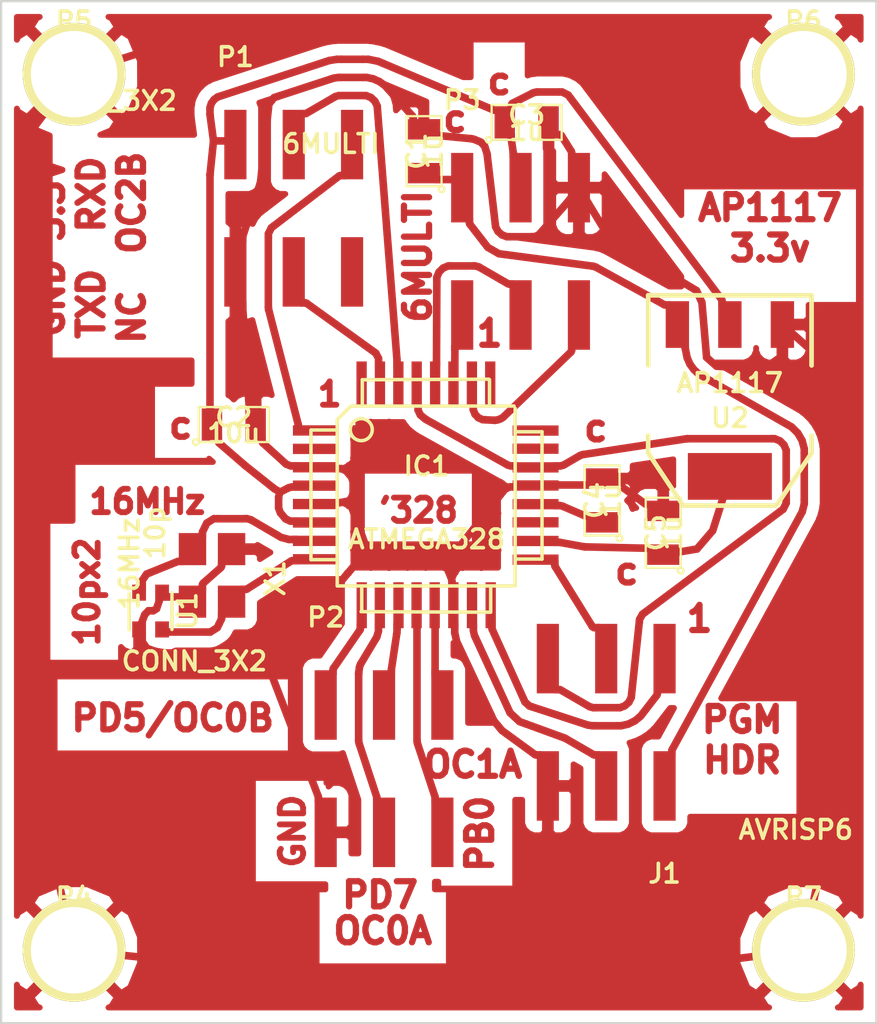
<source format=kicad_pcb>
(kicad_pcb (version 3) (host pcbnew "(2013-jul-07)-stable")

  (general
    (links 53)
    (no_connects 0)
    (area 41.563018 21.539999 80.060001 66.39814)
    (thickness 1.6)
    (drawings 25)
    (tracks 716)
    (zones 0)
    (modules 17)
    (nets 23)
  )

  (page User 139.7 139.7)
  (title_block 
    (title wi06light)
    (rev -)
  )

  (layers
    (15 F.Cu signal)
    (0 B.Cu signal)
    (16 B.Adhes user)
    (17 F.Adhes user)
    (18 B.Paste user)
    (19 F.Paste user)
    (20 B.SilkS user)
    (21 F.SilkS user)
    (22 B.Mask user)
    (23 F.Mask user)
    (24 Dwgs.User user)
    (25 Cmts.User user)
    (26 Eco1.User user)
    (27 Eco2.User user)
    (28 Edge.Cuts user)
  )

  (setup
    (last_trace_width 0.3302)
    (trace_clearance 0.254)
    (zone_clearance 0.508)
    (zone_45_only no)
    (trace_min 0.254)
    (segment_width 0.2)
    (edge_width 0.1)
    (via_size 0.889)
    (via_drill 0.635)
    (via_min_size 0.889)
    (via_min_drill 0.508)
    (uvia_size 0.508)
    (uvia_drill 0.127)
    (uvias_allowed no)
    (uvia_min_size 0.508)
    (uvia_min_drill 0.127)
    (pcb_text_width 1.778)
    (pcb_text_size 1.0922 1.0922)
    (mod_edge_width 0.15)
    (mod_text_size 0.8128 0.8128)
    (mod_text_width 0.15748)
    (pad_size 1.5 1.5)
    (pad_drill 0.6)
    (pad_to_mask_clearance 0)
    (aux_axis_origin 0 0)
    (visible_elements FFFFFFBF)
    (pcbplotparams
      (layerselection 3178497)
      (usegerberextensions false)
      (excludeedgelayer false)
      (linewidth 0.150000)
      (plotframeref false)
      (viasonmask false)
      (mode 1)
      (useauxorigin false)
      (hpglpennumber 1)
      (hpglpenspeed 20)
      (hpglpendiameter 15)
      (hpglpenoverlay 2)
      (psnegative false)
      (psa4output false)
      (plotreference true)
      (plotvalue true)
      (plotothertext true)
      (plotinvisibletext false)
      (padsonsilk false)
      (subtractmaskfromsilk false)
      (outputformat 2)
      (mirror false)
      (drillshape 0)
      (scaleselection 1)
      (outputdirectory plots))
  )

  (net 0 "")
  (net 1 +3.3V)
  (net 2 +5V)
  (net 3 /PB0)
  (net 4 /PB1/OC1A)
  (net 5 /PC3)
  (net 6 /PC4SDa)
  (net 7 /PC5SCL)
  (net 8 /PD0/RXD)
  (net 9 /PD1/TXD)
  (net 10 /PD3/OC2B)
  (net 11 /PD5OC0B)
  (net 12 /PD6OC0A)
  (net 13 /PD7)
  (net 14 GND)
  (net 15 N-000001)
  (net 16 N-0000011)
  (net 17 N-0000013)
  (net 18 N-0000029)
  (net 19 N-000003)
  (net 20 N-000004)
  (net 21 N-000006)
  (net 22 N-000007)

  (net_class Default "This is the default net class."
    (clearance 0.254)
    (trace_width 0.3302)
    (via_dia 0.889)
    (via_drill 0.635)
    (uvia_dia 0.508)
    (uvia_drill 0.127)
    (add_net "")
    (add_net +3.3V)
    (add_net +5V)
    (add_net /PB0)
    (add_net /PB1/OC1A)
    (add_net /PC3)
    (add_net /PC4SDa)
    (add_net /PC5SCL)
    (add_net /PD0/RXD)
    (add_net /PD1/TXD)
    (add_net /PD3/OC2B)
    (add_net /PD5OC0B)
    (add_net /PD6OC0A)
    (add_net /PD7)
    (add_net GND)
    (add_net N-000001)
    (add_net N-0000011)
    (add_net N-0000013)
    (add_net N-0000029)
    (add_net N-000003)
    (add_net N-000004)
    (add_net N-000006)
    (add_net N-000007)
  )

  (module XTAL4P (layer F.Cu) (tedit 50FF11F9) (tstamp 5414C132)
    (at 51.9403 45.4202 270)
    (path /5414BDDF)
    (fp_text reference X1 (at 1.27 -1.905 270) (layer F.SilkS)
      (effects (font (size 0.8128 0.8128) (thickness 0.15748)))
    )
    (fp_text value 16MHz (at 0.635 4.445 270) (layer F.SilkS)
      (effects (font (size 0.8128 0.8128) (thickness 0.15748)))
    )
    (pad 4 smd rect (at 0 0 270) (size 1.397 1.1938)
      (layers F.Cu F.Paste F.Mask)
      (net 14 GND)
    )
    (pad 1 smd rect (at 0 1.7018 270) (size 1.397 1.1938)
      (layers F.Cu F.Paste F.Mask)
      (net 15 N-000001)
    )
    (pad 3 smd rect (at 2.286 1.7018 270) (size 1.397 1.1938)
      (layers F.Cu F.Paste F.Mask)
      (net 14 GND)
    )
    (pad 2 smd rect (at 2.286 0 270) (size 1.397 1.1938)
      (layers F.Cu F.Paste F.Mask)
      (net 19 N-000003)
    )
  )

  (module TQFP32 (layer F.Cu) (tedit 43A670DA) (tstamp 5414C168)
    (at 60.4256 43.0851)
    (path /5414BDC1)
    (fp_text reference IC1 (at 0 -1.27) (layer F.SilkS)
      (effects (font (size 0.8128 0.8128) (thickness 0.15748)))
    )
    (fp_text value ATMEGA328 (at 0 1.905) (layer F.SilkS)
      (effects (font (size 0.8128 0.8128) (thickness 0.15748)))
    )
    (fp_line (start 5.0292 2.7686) (end 3.8862 2.7686) (layer F.SilkS) (width 0.1524))
    (fp_line (start 5.0292 -2.7686) (end 3.9116 -2.7686) (layer F.SilkS) (width 0.1524))
    (fp_line (start 5.0292 2.7686) (end 5.0292 -2.7686) (layer F.SilkS) (width 0.1524))
    (fp_line (start 2.794 3.9624) (end 2.794 5.0546) (layer F.SilkS) (width 0.1524))
    (fp_line (start -2.8194 3.9878) (end -2.8194 5.0546) (layer F.SilkS) (width 0.1524))
    (fp_line (start -2.8448 5.0546) (end 2.794 5.08) (layer F.SilkS) (width 0.1524))
    (fp_line (start -2.794 -5.0292) (end 2.7178 -5.0546) (layer F.SilkS) (width 0.1524))
    (fp_line (start -3.8862 -3.2766) (end -3.8862 3.9116) (layer F.SilkS) (width 0.1524))
    (fp_line (start 2.7432 -5.0292) (end 2.7432 -3.9878) (layer F.SilkS) (width 0.1524))
    (fp_line (start -3.2512 -3.8862) (end 3.81 -3.8862) (layer F.SilkS) (width 0.1524))
    (fp_line (start 3.8608 3.937) (end 3.8608 -3.7846) (layer F.SilkS) (width 0.1524))
    (fp_line (start -3.8862 3.937) (end 3.7338 3.937) (layer F.SilkS) (width 0.1524))
    (fp_line (start -5.0292 -2.8448) (end -5.0292 2.794) (layer F.SilkS) (width 0.1524))
    (fp_line (start -5.0292 2.794) (end -3.8862 2.794) (layer F.SilkS) (width 0.1524))
    (fp_line (start -3.87604 -3.302) (end -3.29184 -3.8862) (layer F.SilkS) (width 0.1524))
    (fp_line (start -5.02412 -2.8448) (end -3.87604 -2.8448) (layer F.SilkS) (width 0.1524))
    (fp_line (start -2.794 -3.8862) (end -2.794 -5.03428) (layer F.SilkS) (width 0.1524))
    (fp_circle (center -2.83972 -2.86004) (end -2.43332 -2.60604) (layer F.SilkS) (width 0.1524))
    (pad 8 smd rect (at -4.81584 2.77622) (size 1.99898 0.44958)
      (layers F.Cu F.Paste F.Mask)
      (net 19 N-000003)
    )
    (pad 7 smd rect (at -4.81584 1.97612) (size 1.99898 0.44958)
      (layers F.Cu F.Paste F.Mask)
      (net 15 N-000001)
    )
    (pad 6 smd rect (at -4.81584 1.17602) (size 1.99898 0.44958)
      (layers F.Cu F.Paste F.Mask)
      (net 1 +3.3V)
    )
    (pad 5 smd rect (at -4.81584 0.37592) (size 1.99898 0.44958)
      (layers F.Cu F.Paste F.Mask)
      (net 14 GND)
    )
    (pad 4 smd rect (at -4.81584 -0.42418) (size 1.99898 0.44958)
      (layers F.Cu F.Paste F.Mask)
      (net 1 +3.3V)
    )
    (pad 3 smd rect (at -4.81584 -1.22428) (size 1.99898 0.44958)
      (layers F.Cu F.Paste F.Mask)
      (net 14 GND)
    )
    (pad 2 smd rect (at -4.81584 -2.02438) (size 1.99898 0.44958)
      (layers F.Cu F.Paste F.Mask)
    )
    (pad 1 smd rect (at -4.81584 -2.82448) (size 1.99898 0.44958)
      (layers F.Cu F.Paste F.Mask)
      (net 10 /PD3/OC2B)
    )
    (pad 24 smd rect (at 4.7498 -2.8194) (size 1.99898 0.44958)
      (layers F.Cu F.Paste F.Mask)
    )
    (pad 17 smd rect (at 4.7498 2.794) (size 1.99898 0.44958)
      (layers F.Cu F.Paste F.Mask)
      (net 17 N-0000013)
    )
    (pad 18 smd rect (at 4.7498 1.9812) (size 1.99898 0.44958)
      (layers F.Cu F.Paste F.Mask)
      (net 22 N-000007)
    )
    (pad 19 smd rect (at 4.7498 1.1684) (size 1.99898 0.44958)
      (layers F.Cu F.Paste F.Mask)
    )
    (pad 20 smd rect (at 4.7498 0.381) (size 1.99898 0.44958)
      (layers F.Cu F.Paste F.Mask)
      (net 21 N-000006)
    )
    (pad 21 smd rect (at 4.7498 -0.4318) (size 1.99898 0.44958)
      (layers F.Cu F.Paste F.Mask)
      (net 14 GND)
    )
    (pad 22 smd rect (at 4.7498 -1.2192) (size 1.99898 0.44958)
      (layers F.Cu F.Paste F.Mask)
      (net 20 N-000004)
    )
    (pad 23 smd rect (at 4.7498 -2.032) (size 1.99898 0.44958)
      (layers F.Cu F.Paste F.Mask)
    )
    (pad 32 smd rect (at -2.82448 -4.826) (size 0.44958 1.99898)
      (layers F.Cu F.Paste F.Mask)
    )
    (pad 31 smd rect (at -2.02692 -4.826) (size 0.44958 1.99898)
      (layers F.Cu F.Paste F.Mask)
      (net 9 /PD1/TXD)
    )
    (pad 30 smd rect (at -1.22428 -4.826) (size 0.44958 1.99898)
      (layers F.Cu F.Paste F.Mask)
      (net 8 /PD0/RXD)
    )
    (pad 29 smd rect (at -0.42672 -4.826) (size 0.44958 1.99898)
      (layers F.Cu F.Paste F.Mask)
      (net 20 N-000004)
    )
    (pad 28 smd rect (at 0.37592 -4.826) (size 0.44958 1.99898)
      (layers F.Cu F.Paste F.Mask)
      (net 7 /PC5SCL)
    )
    (pad 27 smd rect (at 1.17348 -4.826) (size 0.44958 1.99898)
      (layers F.Cu F.Paste F.Mask)
      (net 6 /PC4SDa)
    )
    (pad 26 smd rect (at 1.97612 -4.826) (size 0.44958 1.99898)
      (layers F.Cu F.Paste F.Mask)
      (net 5 /PC3)
    )
    (pad 25 smd rect (at 2.77368 -4.826) (size 0.44958 1.99898)
      (layers F.Cu F.Paste F.Mask)
    )
    (pad 9 smd rect (at -2.8194 4.7752) (size 0.44958 1.99898)
      (layers F.Cu F.Paste F.Mask)
      (net 11 /PD5OC0B)
    )
    (pad 10 smd rect (at -2.032 4.7752) (size 0.44958 1.99898)
      (layers F.Cu F.Paste F.Mask)
      (net 12 /PD6OC0A)
    )
    (pad 11 smd rect (at -1.2192 4.7752) (size 0.44958 1.99898)
      (layers F.Cu F.Paste F.Mask)
      (net 13 /PD7)
    )
    (pad 12 smd rect (at -0.4318 4.7752) (size 0.44958 1.99898)
      (layers F.Cu F.Paste F.Mask)
      (net 3 /PB0)
    )
    (pad 13 smd rect (at 0.3556 4.7752) (size 0.44958 1.99898)
      (layers F.Cu F.Paste F.Mask)
      (net 4 /PB1/OC1A)
    )
    (pad 14 smd rect (at 1.1684 4.7752) (size 0.44958 1.99898)
      (layers F.Cu F.Paste F.Mask)
      (net 14 GND)
    )
    (pad 15 smd rect (at 1.9812 4.7752) (size 0.44958 1.99898)
      (layers F.Cu F.Paste F.Mask)
      (net 18 N-0000029)
    )
    (pad 16 smd rect (at 2.794 4.7752) (size 0.44958 1.99898)
      (layers F.Cu F.Paste F.Mask)
      (net 16 N-0000011)
    )
    (model smd/tqfp32.wrl
      (at (xyz 0 0 0))
      (scale (xyz 1 1 1))
      (rotate (xyz 0 0 0))
    )
  )

  (module SOT223 (layer F.Cu) (tedit 200000) (tstamp 5414C178)
    (at 73.6317 38.9559 180)
    (descr "module CMS SOT223 4 pins")
    (tags "CMS SOT")
    (path /5414C98F)
    (attr smd)
    (fp_text reference U2 (at 0 -0.762 180) (layer F.SilkS)
      (effects (font (size 0.8128 0.8128) (thickness 0.15748)))
    )
    (fp_text value AP1117 (at 0 0.762 180) (layer F.SilkS)
      (effects (font (size 0.8128 0.8128) (thickness 0.15748)))
    )
    (fp_line (start -3.556 1.524) (end -3.556 4.572) (layer F.SilkS) (width 0.2032))
    (fp_line (start -3.556 4.572) (end 3.556 4.572) (layer F.SilkS) (width 0.2032))
    (fp_line (start 3.556 4.572) (end 3.556 1.524) (layer F.SilkS) (width 0.2032))
    (fp_line (start -3.556 -1.524) (end -3.556 -2.286) (layer F.SilkS) (width 0.2032))
    (fp_line (start -3.556 -2.286) (end -2.032 -4.572) (layer F.SilkS) (width 0.2032))
    (fp_line (start -2.032 -4.572) (end 2.032 -4.572) (layer F.SilkS) (width 0.2032))
    (fp_line (start 2.032 -4.572) (end 3.556 -2.286) (layer F.SilkS) (width 0.2032))
    (fp_line (start 3.556 -2.286) (end 3.556 -1.524) (layer F.SilkS) (width 0.2032))
    (pad 4 smd rect (at 0 -3.302 180) (size 3.6576 2.032)
      (layers F.Cu F.Paste F.Mask)
      (net 22 N-000007)
    )
    (pad 2 smd rect (at 0 3.302 180) (size 1.016 2.032)
      (layers F.Cu F.Paste F.Mask)
      (net 1 +3.3V)
    )
    (pad 3 smd rect (at 2.286 3.302 180) (size 1.016 2.032)
      (layers F.Cu F.Paste F.Mask)
      (net 2 +5V)
    )
    (pad 1 smd rect (at -2.286 3.302 180) (size 1.016 2.032)
      (layers F.Cu F.Paste F.Mask)
      (net 14 GND)
    )
    (model smd/SOT223.wrl
      (at (xyz 0 0 0))
      (scale (xyz 0.4 0.4 0.4))
      (rotate (xyz 0 0 0))
    )
  )

  (module SM0805 (layer F.Cu) (tedit 5091495C) (tstamp 5414C185)
    (at 60.3184 28.1159 90)
    (path /5414BE1B)
    (attr smd)
    (fp_text reference C1 (at 0 -0.3175 90) (layer F.SilkS)
      (effects (font (size 0.8128 0.8128) (thickness 0.15748)))
    )
    (fp_text value 1u (at 0 0.381 90) (layer F.SilkS)
      (effects (font (size 0.8128 0.8128) (thickness 0.15748)))
    )
    (fp_circle (center -1.651 0.762) (end -1.651 0.635) (layer F.SilkS) (width 0.09906))
    (fp_line (start -0.508 0.762) (end -1.524 0.762) (layer F.SilkS) (width 0.09906))
    (fp_line (start -1.524 0.762) (end -1.524 -0.762) (layer F.SilkS) (width 0.09906))
    (fp_line (start -1.524 -0.762) (end -0.508 -0.762) (layer F.SilkS) (width 0.09906))
    (fp_line (start 0.508 -0.762) (end 1.524 -0.762) (layer F.SilkS) (width 0.09906))
    (fp_line (start 1.524 -0.762) (end 1.524 0.762) (layer F.SilkS) (width 0.09906))
    (fp_line (start 1.524 0.762) (end 0.508 0.762) (layer F.SilkS) (width 0.09906))
    (pad 1 smd rect (at -0.9525 0 90) (size 0.889 1.397)
      (layers F.Cu F.Paste F.Mask)
      (net 2 +5V)
    )
    (pad 2 smd rect (at 0.9525 0 90) (size 0.889 1.397)
      (layers F.Cu F.Paste F.Mask)
      (net 14 GND)
    )
    (model smd/chip_cms.wrl
      (at (xyz 0 0 0))
      (scale (xyz 0.1 0.1 0.1))
      (rotate (xyz 0 0 0))
    )
  )

  (module SM0805 (layer F.Cu) (tedit 5091495C) (tstamp 5414C192)
    (at 52.0367 40.003)
    (path /5414BE4F)
    (attr smd)
    (fp_text reference C2 (at 0 -0.3175) (layer F.SilkS)
      (effects (font (size 0.8128 0.8128) (thickness 0.15748)))
    )
    (fp_text value 10u (at 0 0.381) (layer F.SilkS)
      (effects (font (size 0.8128 0.8128) (thickness 0.15748)))
    )
    (fp_circle (center -1.651 0.762) (end -1.651 0.635) (layer F.SilkS) (width 0.09906))
    (fp_line (start -0.508 0.762) (end -1.524 0.762) (layer F.SilkS) (width 0.09906))
    (fp_line (start -1.524 0.762) (end -1.524 -0.762) (layer F.SilkS) (width 0.09906))
    (fp_line (start -1.524 -0.762) (end -0.508 -0.762) (layer F.SilkS) (width 0.09906))
    (fp_line (start 0.508 -0.762) (end 1.524 -0.762) (layer F.SilkS) (width 0.09906))
    (fp_line (start 1.524 -0.762) (end 1.524 0.762) (layer F.SilkS) (width 0.09906))
    (fp_line (start 1.524 0.762) (end 0.508 0.762) (layer F.SilkS) (width 0.09906))
    (pad 1 smd rect (at -0.9525 0) (size 0.889 1.397)
      (layers F.Cu F.Paste F.Mask)
      (net 1 +3.3V)
    )
    (pad 2 smd rect (at 0.9525 0) (size 0.889 1.397)
      (layers F.Cu F.Paste F.Mask)
      (net 14 GND)
    )
    (model smd/chip_cms.wrl
      (at (xyz 0 0 0))
      (scale (xyz 0.1 0.1 0.1))
      (rotate (xyz 0 0 0))
    )
  )

  (module SM0805 (layer F.Cu) (tedit 5091495C) (tstamp 5414C19F)
    (at 64.7854 26.8608)
    (path /5414BE55)
    (attr smd)
    (fp_text reference C3 (at 0 -0.3175) (layer F.SilkS)
      (effects (font (size 0.8128 0.8128) (thickness 0.15748)))
    )
    (fp_text value 1u (at 0 0.381) (layer F.SilkS)
      (effects (font (size 0.8128 0.8128) (thickness 0.15748)))
    )
    (fp_circle (center -1.651 0.762) (end -1.651 0.635) (layer F.SilkS) (width 0.09906))
    (fp_line (start -0.508 0.762) (end -1.524 0.762) (layer F.SilkS) (width 0.09906))
    (fp_line (start -1.524 0.762) (end -1.524 -0.762) (layer F.SilkS) (width 0.09906))
    (fp_line (start -1.524 -0.762) (end -0.508 -0.762) (layer F.SilkS) (width 0.09906))
    (fp_line (start 0.508 -0.762) (end 1.524 -0.762) (layer F.SilkS) (width 0.09906))
    (fp_line (start 1.524 -0.762) (end 1.524 0.762) (layer F.SilkS) (width 0.09906))
    (fp_line (start 1.524 0.762) (end 0.508 0.762) (layer F.SilkS) (width 0.09906))
    (pad 1 smd rect (at -0.9525 0) (size 0.889 1.397)
      (layers F.Cu F.Paste F.Mask)
      (net 1 +3.3V)
    )
    (pad 2 smd rect (at 0.9525 0) (size 0.889 1.397)
      (layers F.Cu F.Paste F.Mask)
      (net 14 GND)
    )
    (model smd/chip_cms.wrl
      (at (xyz 0 0 0))
      (scale (xyz 0.1 0.1 0.1))
      (rotate (xyz 0 0 0))
    )
  )

  (module SM0805 (layer F.Cu) (tedit 5091495C) (tstamp 5414C1AC)
    (at 68.0671 43.3042 90)
    (path /5414D0B8)
    (attr smd)
    (fp_text reference C4 (at 0 -0.3175 90) (layer F.SilkS)
      (effects (font (size 0.8128 0.8128) (thickness 0.15748)))
    )
    (fp_text value 1u (at 0 0.381 90) (layer F.SilkS)
      (effects (font (size 0.8128 0.8128) (thickness 0.15748)))
    )
    (fp_circle (center -1.651 0.762) (end -1.651 0.635) (layer F.SilkS) (width 0.09906))
    (fp_line (start -0.508 0.762) (end -1.524 0.762) (layer F.SilkS) (width 0.09906))
    (fp_line (start -1.524 0.762) (end -1.524 -0.762) (layer F.SilkS) (width 0.09906))
    (fp_line (start -1.524 -0.762) (end -0.508 -0.762) (layer F.SilkS) (width 0.09906))
    (fp_line (start 0.508 -0.762) (end 1.524 -0.762) (layer F.SilkS) (width 0.09906))
    (fp_line (start 1.524 -0.762) (end 1.524 0.762) (layer F.SilkS) (width 0.09906))
    (fp_line (start 1.524 0.762) (end 0.508 0.762) (layer F.SilkS) (width 0.09906))
    (pad 1 smd rect (at -0.9525 0 90) (size 0.889 1.397)
      (layers F.Cu F.Paste F.Mask)
      (net 21 N-000006)
    )
    (pad 2 smd rect (at 0.9525 0 90) (size 0.889 1.397)
      (layers F.Cu F.Paste F.Mask)
      (net 14 GND)
    )
    (model smd/chip_cms.wrl
      (at (xyz 0 0 0))
      (scale (xyz 0.1 0.1 0.1))
      (rotate (xyz 0 0 0))
    )
  )

  (module RIBBON6SMT (layer F.Cu) (tedit 50FF1173) (tstamp 5414C1B6)
    (at 70.7885 55.7198 180)
    (path /5414BDD0)
    (fp_text reference J1 (at 0 -3.81 180) (layer F.SilkS)
      (effects (font (size 0.8128 0.8128) (thickness 0.15748)))
    )
    (fp_text value AVRISP6 (at -5.715 -1.905 180) (layer F.SilkS)
      (effects (font (size 0.8128 0.8128) (thickness 0.15748)))
    )
    (pad 2 smd rect (at 0 0 180) (size 0.9652 3.0226)
      (layers F.Cu F.Paste F.Mask)
      (net 2 +5V)
    )
    (pad 4 smd rect (at 2.54 0 180) (size 0.9652 3.0226)
      (layers F.Cu F.Paste F.Mask)
      (net 18 N-0000029)
    )
    (pad 6 smd rect (at 5.08 0 180) (size 0.9652 3.0226)
      (layers F.Cu F.Paste F.Mask)
      (net 14 GND)
    )
    (pad 1 smd rect (at 0 5.5372 180) (size 0.9652 3.0226)
      (layers F.Cu F.Paste F.Mask)
      (net 16 N-0000011)
    )
    (pad 3 smd rect (at 2.54 5.5372 180) (size 0.9652 3.0226)
      (layers F.Cu F.Paste F.Mask)
      (net 17 N-0000013)
    )
    (pad 5 smd rect (at 5.08 5.5372 180) (size 0.9652 3.0226)
      (layers F.Cu F.Paste F.Mask)
      (net 20 N-000004)
    )
  )

  (module RIBBON6SMT (layer F.Cu) (tedit 50FF1173) (tstamp 5414C1C0)
    (at 52.1063 27.8278)
    (path /5414BE95)
    (fp_text reference P1 (at 0 -3.81) (layer F.SilkS)
      (effects (font (size 0.8128 0.8128) (thickness 0.15748)))
    )
    (fp_text value CONN_3X2 (at -5.715 -1.905) (layer F.SilkS)
      (effects (font (size 0.8128 0.8128) (thickness 0.15748)))
    )
    (pad 2 smd rect (at 0 0) (size 0.9652 3.0226)
      (layers F.Cu F.Paste F.Mask)
      (net 1 +3.3V)
    )
    (pad 4 smd rect (at 2.54 0) (size 0.9652 3.0226)
      (layers F.Cu F.Paste F.Mask)
      (net 8 /PD0/RXD)
    )
    (pad 6 smd rect (at 5.08 0) (size 0.9652 3.0226)
      (layers F.Cu F.Paste F.Mask)
      (net 10 /PD3/OC2B)
    )
    (pad 1 smd rect (at 0 5.5372) (size 0.9652 3.0226)
      (layers F.Cu F.Paste F.Mask)
      (net 14 GND)
    )
    (pad 3 smd rect (at 2.54 5.5372) (size 0.9652 3.0226)
      (layers F.Cu F.Paste F.Mask)
      (net 9 /PD1/TXD)
    )
    (pad 5 smd rect (at 5.08 5.5372) (size 0.9652 3.0226)
      (layers F.Cu F.Paste F.Mask)
    )
  )

  (module RIBBON6SMT (layer F.Cu) (tedit 50FF1173) (tstamp 5414C1CA)
    (at 56.0373 52.1998)
    (path /5414BEAE)
    (fp_text reference P2 (at 0 -3.81) (layer F.SilkS)
      (effects (font (size 0.8128 0.8128) (thickness 0.15748)))
    )
    (fp_text value CONN_3X2 (at -5.715 -1.905) (layer F.SilkS)
      (effects (font (size 0.8128 0.8128) (thickness 0.15748)))
    )
    (pad 2 smd rect (at 0 0) (size 0.9652 3.0226)
      (layers F.Cu F.Paste F.Mask)
      (net 11 /PD5OC0B)
    )
    (pad 4 smd rect (at 2.54 0) (size 0.9652 3.0226)
      (layers F.Cu F.Paste F.Mask)
      (net 13 /PD7)
    )
    (pad 6 smd rect (at 5.08 0) (size 0.9652 3.0226)
      (layers F.Cu F.Paste F.Mask)
      (net 4 /PB1/OC1A)
    )
    (pad 1 smd rect (at 0 5.5372) (size 0.9652 3.0226)
      (layers F.Cu F.Paste F.Mask)
      (net 14 GND)
    )
    (pad 3 smd rect (at 2.54 5.5372) (size 0.9652 3.0226)
      (layers F.Cu F.Paste F.Mask)
      (net 12 /PD6OC0A)
    )
    (pad 5 smd rect (at 5.08 5.5372) (size 0.9652 3.0226)
      (layers F.Cu F.Paste F.Mask)
      (net 3 /PB0)
    )
  )

  (module NETWORK0606 (layer F.Cu) (tedit 53E6386D) (tstamp 5414C1D4)
    (at 48.4151 48.1137 270)
    (path /5414BDEE)
    (fp_text reference U1 (at 0 -1.6 270) (layer F.SilkS)
      (effects (font (size 0.8128 0.8128) (thickness 0.15748)))
    )
    (fp_text value 10p (at -3.4 -0.2 270) (layer F.SilkS)
      (effects (font (size 0.8128 0.8128) (thickness 0.15748)))
    )
    (fp_line (start 0.8 -0.93) (end -0.8 -0.93) (layer F.SilkS) (width 0.15))
    (fp_line (start -0.78 0.93) (end 0.82 0.93) (layer F.SilkS) (width 0.15))
    (pad 1 smd rect (at -0.8 -0.5 270) (size 0.7 0.6)
      (layers F.Cu F.Paste F.Mask)
      (net 14 GND)
    )
    (pad 2 smd rect (at 0.8 -0.5 270) (size 0.7 0.6)
      (layers F.Cu F.Paste F.Mask)
      (net 19 N-000003)
    )
    (pad 3 smd rect (at -0.8 0.5 270) (size 0.7 0.6)
      (layers F.Cu F.Paste F.Mask)
      (net 15 N-000001)
    )
    (pad 4 smd rect (at 0.8 0.5 270) (size 0.7 0.6)
      (layers F.Cu F.Paste F.Mask)
      (net 14 GND)
    )
  )

  (module 632HOLE (layer F.Cu) (tedit 53A9C0BE) (tstamp 5414C1DA)
    (at 45.085 62.865)
    (descr Hole)
    (tags "DEV 6-32 HOLE")
    (path /5414D2B0)
    (fp_text reference P4 (at 0 -2.30124) (layer F.SilkS)
      (effects (font (size 0.8128 0.8128) (thickness 0.15748)))
    )
    (fp_text value CONN_1 (at 0 2.794) (layer F.SilkS) hide
      (effects (font (size 0.8128 0.8128) (thickness 0.15748)))
    )
    (fp_circle (center 0 0) (end 1.69926 -0.09906) (layer F.SilkS) (width 0.381))
    (pad 1 thru_hole circle (at 0 0) (size 4.4704 4.4704) (drill 3.7592)
      (layers *.Cu *.Mask F.SilkS)
      (net 14 GND)
    )
  )

  (module 632HOLE (layer F.Cu) (tedit 53A9C0BE) (tstamp 5414C1E0)
    (at 45.085 24.765)
    (descr Hole)
    (tags "DEV 6-32 HOLE")
    (path /5414D2C9)
    (fp_text reference P5 (at 0 -2.30124) (layer F.SilkS)
      (effects (font (size 0.8128 0.8128) (thickness 0.15748)))
    )
    (fp_text value CONN_1 (at 0 2.794) (layer F.SilkS) hide
      (effects (font (size 0.8128 0.8128) (thickness 0.15748)))
    )
    (fp_circle (center 0 0) (end 1.69926 -0.09906) (layer F.SilkS) (width 0.381))
    (pad 1 thru_hole circle (at 0 0) (size 4.4704 4.4704) (drill 3.7592)
      (layers *.Cu *.Mask F.SilkS)
      (net 14 GND)
    )
  )

  (module 632HOLE (layer F.Cu) (tedit 53A9C0BE) (tstamp 5414C1E6)
    (at 76.835 24.765)
    (descr Hole)
    (tags "DEV 6-32 HOLE")
    (path /5414D2CF)
    (fp_text reference P6 (at 0 -2.30124) (layer F.SilkS)
      (effects (font (size 0.8128 0.8128) (thickness 0.15748)))
    )
    (fp_text value CONN_1 (at 0 2.794) (layer F.SilkS) hide
      (effects (font (size 0.8128 0.8128) (thickness 0.15748)))
    )
    (fp_circle (center 0 0) (end 1.69926 -0.09906) (layer F.SilkS) (width 0.381))
    (pad 1 thru_hole circle (at 0 0) (size 4.4704 4.4704) (drill 3.7592)
      (layers *.Cu *.Mask F.SilkS)
      (net 14 GND)
    )
  )

  (module 632HOLE (layer F.Cu) (tedit 53A9C0BE) (tstamp 5414C1EC)
    (at 76.835 62.865)
    (descr Hole)
    (tags "DEV 6-32 HOLE")
    (path /5414D2D5)
    (fp_text reference P7 (at 0 -2.30124) (layer F.SilkS)
      (effects (font (size 0.8128 0.8128) (thickness 0.15748)))
    )
    (fp_text value CONN_1 (at 0 2.794) (layer F.SilkS) hide
      (effects (font (size 0.8128 0.8128) (thickness 0.15748)))
    )
    (fp_circle (center 0 0) (end 1.69926 -0.09906) (layer F.SilkS) (width 0.381))
    (pad 1 thru_hole circle (at 0 0) (size 4.4704 4.4704) (drill 3.7592)
      (layers *.Cu *.Mask F.SilkS)
      (net 14 GND)
    )
  )

  (module RIBBON6SMT (layer F.Cu) (tedit 50FF1173) (tstamp 5414C1F6)
    (at 61.98 29.7015)
    (path /5414CCDF)
    (fp_text reference P3 (at 0 -3.81) (layer F.SilkS)
      (effects (font (size 0.8128 0.8128) (thickness 0.15748)))
    )
    (fp_text value 6MULTI (at -5.715 -1.905) (layer F.SilkS)
      (effects (font (size 0.8128 0.8128) (thickness 0.15748)))
    )
    (pad 2 smd rect (at 0 0) (size 0.9652 3.0226)
      (layers F.Cu F.Paste F.Mask)
      (net 2 +5V)
    )
    (pad 4 smd rect (at 2.54 0) (size 0.9652 3.0226)
      (layers F.Cu F.Paste F.Mask)
      (net 1 +3.3V)
    )
    (pad 6 smd rect (at 5.08 0) (size 0.9652 3.0226)
      (layers F.Cu F.Paste F.Mask)
      (net 14 GND)
    )
    (pad 1 smd rect (at 0 5.5372) (size 0.9652 3.0226)
      (layers F.Cu F.Paste F.Mask)
      (net 6 /PC4SDa)
    )
    (pad 3 smd rect (at 2.54 5.5372) (size 0.9652 3.0226)
      (layers F.Cu F.Paste F.Mask)
      (net 7 /PC5SCL)
    )
    (pad 5 smd rect (at 5.08 5.5372) (size 0.9652 3.0226)
      (layers F.Cu F.Paste F.Mask)
      (net 5 /PC3)
    )
  )

  (module SM0805 (layer F.Cu) (tedit 5091495C) (tstamp 5414C66C)
    (at 70.7311 44.7094 90)
    (path /5414CE47)
    (attr smd)
    (fp_text reference C5 (at 0 -0.3175 90) (layer F.SilkS)
      (effects (font (size 0.8128 0.8128) (thickness 0.15748)))
    )
    (fp_text value 1u (at 0 0.381 90) (layer F.SilkS)
      (effects (font (size 0.8128 0.8128) (thickness 0.15748)))
    )
    (fp_circle (center -1.651 0.762) (end -1.651 0.635) (layer F.SilkS) (width 0.09906))
    (fp_line (start -0.508 0.762) (end -1.524 0.762) (layer F.SilkS) (width 0.09906))
    (fp_line (start -1.524 0.762) (end -1.524 -0.762) (layer F.SilkS) (width 0.09906))
    (fp_line (start -1.524 -0.762) (end -0.508 -0.762) (layer F.SilkS) (width 0.09906))
    (fp_line (start 0.508 -0.762) (end 1.524 -0.762) (layer F.SilkS) (width 0.09906))
    (fp_line (start 1.524 -0.762) (end 1.524 0.762) (layer F.SilkS) (width 0.09906))
    (fp_line (start 1.524 0.762) (end 0.508 0.762) (layer F.SilkS) (width 0.09906))
    (pad 1 smd rect (at -0.9525 0 90) (size 0.889 1.397)
      (layers F.Cu F.Paste F.Mask)
      (net 22 N-000007)
    )
    (pad 2 smd rect (at 0.9525 0 90) (size 0.889 1.397)
      (layers F.Cu F.Paste F.Mask)
      (net 14 GND)
    )
    (model smd/chip_cms.wrl
      (at (xyz 0 0 0))
      (scale (xyz 0.1 0.1 0.1))
      (rotate (xyz 0 0 0))
    )
  )

  (gr_text c (at 49.7205 40.0431) (layer F.Cu)
    (effects (font (size 1.0922 1.0922) (thickness 0.27305)))
  )
  (gr_text c (at 61.66104 26.70556) (layer F.Cu)
    (effects (font (size 1.0922 1.0922) (thickness 0.27305)))
  )
  (gr_text c (at 63.5889 25.0698) (layer F.Cu)
    (effects (font (size 1.0922 1.0922) (thickness 0.27305)))
  )
  (gr_text c (at 69.1388 46.3804) (layer F.Cu)
    (effects (font (size 1.0922 1.0922) (thickness 0.27305)))
  )
  (gr_text c (at 67.7926 40.1574) (layer F.Cu)
    (effects (font (size 1.0922 1.0922) (thickness 0.27305)))
  )
  (gr_text "GND 3.3V\nTXD  RXD\nNC  OC2B" (at 45.8343 32.3088 90) (layer F.Cu)
    (effects (font (size 1.0922 1.0922) (thickness 0.27305)))
  )
  (gr_text 1 (at 63.1698 36.0426) (layer F.Cu)
    (effects (font (size 1.0922 1.0922) (thickness 0.27305)))
  )
  (gr_text 6MULTI (at 60.0456 32.6898 90) (layer F.Cu)
    (effects (font (size 1.0922 1.0922) (thickness 0.27305)))
  )
  (gr_text "AP1117\n3.3v" (at 75.38212 31.46044) (layer F.Cu)
    (effects (font (size 1.0922 1.0922) (thickness 0.27305)))
  )
  (gr_text 1 (at 72.30872 48.44796) (layer F.Cu)
    (effects (font (size 1.0922 1.0922) (thickness 0.27305)))
  )
  (gr_text "PGM\nHDR" (at 74.168 53.721) (layer F.Cu)
    (effects (font (size 1.0922 1.0922) (thickness 0.27305)))
  )
  (gr_text OC0A (at 58.5216 62.0268) (layer F.Cu)
    (effects (font (size 1.0922 1.0922) (thickness 0.27305)))
  )
  (gr_text PD7 (at 58.4073 60.4647) (layer F.Cu)
    (effects (font (size 1.0922 1.0922) (thickness 0.27305)))
  )
  (gr_text OC1A (at 62.4459 54.7878) (layer F.Cu)
    (effects (font (size 1.0922 1.0922) (thickness 0.27305)))
  )
  (gr_text PB0 (at 62.7507 57.7977 90) (layer F.Cu)
    (effects (font (size 1.0922 1.0922) (thickness 0.27305)))
  )
  (gr_text PD5/OC0B (at 49.3776 52.7685) (layer F.Cu)
    (effects (font (size 1.0922 1.0922) (thickness 0.27305)))
  )
  (gr_text GND (at 54.5973 57.6834 90) (layer F.Cu)
    (effects (font (size 1.016 1.016) (thickness 0.254)))
  )
  (gr_text 10px2 (at 45.65396 47.27448 90) (layer F.Cu)
    (effects (font (size 1.016 1.016) (thickness 0.254)))
  )
  (gr_text 16MHz (at 48.2727 43.3578) (layer F.Cu)
    (effects (font (size 1.016 1.016) (thickness 0.254)))
  )
  (gr_text '328 (at 60.071 43.7388) (layer F.Cu)
    (effects (font (size 1.016 1.016) (thickness 0.254)))
  )
  (gr_text 1 (at 56.2102 38.6842) (layer F.Cu)
    (effects (font (size 1.016 1.016) (thickness 0.254)))
  )
  (gr_line (start 41.91 66.04) (end 41.91 21.59) (angle 90) (layer Edge.Cuts) (width 0.1))
  (gr_line (start 80.01 66.04) (end 41.91 66.04) (angle 90) (layer Edge.Cuts) (width 0.1))
  (gr_line (start 80.01 21.59) (end 80.01 66.04) (angle 90) (layer Edge.Cuts) (width 0.1))
  (gr_line (start 41.91 21.59) (end 80.01 21.59) (angle 90) (layer Edge.Cuts) (width 0.1))

  (segment (start 51.7888 27.6679) (end 52.1063 27.8278) (width 0.3302) (layer F.Cu) (net 1))
  (segment (start 51.6237 27.6679) (end 51.7888 27.6679) (width 0.3302) (layer F.Cu) (net 1))
  (segment (start 51.1537 27.6679) (end 51.6237 27.6679) (width 0.3302) (layer F.Cu) (net 1))
  (segment (start 54.0582 42.9333) (end 54.065 42.9362) (width 0.3302) (layer F.Cu) (net 1))
  (segment (start 53.9719 42.8966) (end 54.0582 42.9333) (width 0.3302) (layer F.Cu) (net 1))
  (segment (start 53.8087 42.7997) (end 53.9719 42.8966) (width 0.3302) (layer F.Cu) (net 1))
  (segment (start 53.7334 42.74) (end 53.8087 42.7997) (width 0.3302) (layer F.Cu) (net 1))
  (segment (start 52.5568 41.8055) (end 53.7334 42.74) (width 0.3302) (layer F.Cu) (net 1))
  (segment (start 52.5124 41.7688) (end 52.5568 41.8055) (width 0.3302) (layer F.Cu) (net 1))
  (segment (start 51.4208 40.8265) (end 52.5124 41.7688) (width 0.3302) (layer F.Cu) (net 1))
  (segment (start 51.3936 40.803) (end 51.4208 40.8265) (width 0.3302) (layer F.Cu) (net 1))
  (segment (start 51.3636 40.7375) (end 51.3936 40.803) (width 0.3302) (layer F.Cu) (net 1))
  (segment (start 51.3636 40.7015) (end 51.3636 40.7375) (width 0.3302) (layer F.Cu) (net 1))
  (segment (start 51.3636 40.5364) (end 51.3636 40.7015) (width 0.3302) (layer F.Cu) (net 1))
  (segment (start 51.0842 40.003) (end 51.3636 40.5364) (width 0.3302) (layer F.Cu) (net 1))
  (segment (start 54.7754 44.2014) (end 55.6098 44.2611) (width 0.3302) (layer F.Cu) (net 1))
  (segment (start 54.6103 44.2014) (end 54.7754 44.2014) (width 0.3302) (layer F.Cu) (net 1))
  (segment (start 54.497 44.2014) (end 54.6103 44.2014) (width 0.3302) (layer F.Cu) (net 1))
  (segment (start 54.2904 44.1058) (end 54.497 44.2014) (width 0.3302) (layer F.Cu) (net 1))
  (segment (start 54.2171 44.0193) (end 54.2904 44.1058) (width 0.3302) (layer F.Cu) (net 1))
  (segment (start 54.1357 43.9233) (end 54.2171 44.0193) (width 0.3302) (layer F.Cu) (net 1))
  (segment (start 54.0639 43.8387) (end 54.1357 43.9233) (width 0.3302) (layer F.Cu) (net 1))
  (segment (start 53.9879 43.6316) (end 54.0639 43.8387) (width 0.3302) (layer F.Cu) (net 1))
  (segment (start 53.9879 43.5207) (end 53.9879 43.6316) (width 0.3302) (layer F.Cu) (net 1))
  (segment (start 53.9879 43.2362) (end 53.9879 43.5207) (width 0.3302) (layer F.Cu) (net 1))
  (segment (start 53.9879 43.1574) (end 53.9879 43.2362) (width 0.3302) (layer F.Cu) (net 1))
  (segment (start 54.0271 43.0051) (end 53.9879 43.1574) (width 0.3302) (layer F.Cu) (net 1))
  (segment (start 54.065 42.9362) (end 54.0271 43.0051) (width 0.3302) (layer F.Cu) (net 1))
  (segment (start 54.7754 42.7206) (end 55.6098 42.6609) (width 0.3302) (layer F.Cu) (net 1))
  (segment (start 54.6103 42.7206) (end 54.7754 42.7206) (width 0.3302) (layer F.Cu) (net 1))
  (segment (start 54.4302 42.7492) (end 54.3753 42.7773) (width 0.3302) (layer F.Cu) (net 1))
  (segment (start 54.5488 42.7206) (end 54.4302 42.7492) (width 0.3302) (layer F.Cu) (net 1))
  (segment (start 54.6103 42.7206) (end 54.5488 42.7206) (width 0.3302) (layer F.Cu) (net 1))
  (segment (start 54.065 42.9362) (end 54.3753 42.7773) (width 0.3302) (layer F.Cu) (net 1))
  (segment (start 51.0067 26.5637) (end 51.1537 27.6679) (width 0.3302) (layer F.Cu) (net 1))
  (segment (start 51.004 26.5435) (end 51.0067 26.5637) (width 0.3302) (layer F.Cu) (net 1))
  (segment (start 51.0013 26.5022) (end 51.004 26.5435) (width 0.3302) (layer F.Cu) (net 1))
  (segment (start 51.0013 26.4816) (end 51.0013 26.5022) (width 0.3302) (layer F.Cu) (net 1))
  (segment (start 51.0013 26.3165) (end 51.0013 26.4816) (width 0.3302) (layer F.Cu) (net 1))
  (segment (start 51.0014 26.2175) (end 51.0013 26.3165) (width 0.3302) (layer F.Cu) (net 1))
  (segment (start 51.0619 26.0311) (end 51.0014 26.2175) (width 0.3302) (layer F.Cu) (net 1))
  (segment (start 51.1776 25.8714) (end 51.0619 26.0311) (width 0.3302) (layer F.Cu) (net 1))
  (segment (start 51.337 25.7554) (end 51.1776 25.8714) (width 0.3302) (layer F.Cu) (net 1))
  (segment (start 51.4307 25.7248) (end 51.337 25.7554) (width 0.3302) (layer F.Cu) (net 1))
  (segment (start 56.0224 24.2274) (end 51.4307 25.7248) (width 0.3302) (layer F.Cu) (net 1))
  (segment (start 56.1891 24.1732) (end 56.0224 24.2274) (width 0.3302) (layer F.Cu) (net 1))
  (segment (start 56.5308 24.1191) (end 56.1891 24.1732) (width 0.3302) (layer F.Cu) (net 1))
  (segment (start 56.7037 24.1191) (end 56.5308 24.1191) (width 0.3302) (layer F.Cu) (net 1))
  (segment (start 57.6689 24.1191) (end 56.7037 24.1191) (width 0.3302) (layer F.Cu) (net 1))
  (segment (start 57.8899 24.1192) (end 57.6689 24.1191) (width 0.3302) (layer F.Cu) (net 1))
  (segment (start 58.3199 24.2062) (end 57.8899 24.1192) (width 0.3302) (layer F.Cu) (net 1))
  (segment (start 58.522 24.2914) (end 58.3199 24.2062) (width 0.3302) (layer F.Cu) (net 1))
  (segment (start 63.3243 26.3145) (end 58.522 24.2914) (width 0.3302) (layer F.Cu) (net 1))
  (segment (start 63.3718 26.3274) (end 63.3884 26.3274) (width 0.3302) (layer F.Cu) (net 1))
  (segment (start 63.3395 26.3209) (end 63.3718 26.3274) (width 0.3302) (layer F.Cu) (net 1))
  (segment (start 63.3243 26.3145) (end 63.3395 26.3209) (width 0.3302) (layer F.Cu) (net 1))
  (segment (start 63.5535 26.3274) (end 63.3884 26.3274) (width 0.3302) (layer F.Cu) (net 1))
  (segment (start 63.8329 26.8608) (end 63.5535 26.3274) (width 0.3302) (layer F.Cu) (net 1))
  (segment (start 64.1123 27.3942) (end 63.8329 26.8608) (width 0.3302) (layer F.Cu) (net 1))
  (segment (start 64.1123 27.5593) (end 64.1123 27.3942) (width 0.3302) (layer F.Cu) (net 1))
  (segment (start 64.1132 27.5774) (end 64.1141 27.5836) (width 0.3302) (layer F.Cu) (net 1))
  (segment (start 64.1123 27.5654) (end 64.1132 27.5774) (width 0.3302) (layer F.Cu) (net 1))
  (segment (start 64.1123 27.5593) (end 64.1123 27.5654) (width 0.3302) (layer F.Cu) (net 1))
  (segment (start 64.2007 28.1659) (end 64.1141 27.5836) (width 0.3302) (layer F.Cu) (net 1))
  (segment (start 64.2016 28.1721) (end 64.2007 28.1659) (width 0.3302) (layer F.Cu) (net 1))
  (segment (start 64.2025 28.1841) (end 64.2016 28.1721) (width 0.3302) (layer F.Cu) (net 1))
  (segment (start 64.2025 28.1902) (end 64.2025 28.1841) (width 0.3302) (layer F.Cu) (net 1))
  (segment (start 64.2025 28.3553) (end 64.2025 28.1902) (width 0.3302) (layer F.Cu) (net 1))
  (segment (start 64.52 29.7015) (end 64.2025 28.3553) (width 0.3302) (layer F.Cu) (net 1))
  (segment (start 64.1123 26.3274) (end 63.8329 26.8608) (width 0.3302) (layer F.Cu) (net 1))
  (segment (start 64.1123 26.1623) (end 64.1123 26.3274) (width 0.3302) (layer F.Cu) (net 1))
  (segment (start 64.1124 26.1154) (end 64.1123 26.1623) (width 0.3302) (layer F.Cu) (net 1))
  (segment (start 64.1614 26.0359) (end 64.1124 26.1154) (width 0.3302) (layer F.Cu) (net 1))
  (segment (start 64.2031 26.0149) (end 64.1614 26.0359) (width 0.3302) (layer F.Cu) (net 1))
  (segment (start 65.0133 25.6065) (end 64.2031 26.0149) (width 0.3302) (layer F.Cu) (net 1))
  (segment (start 65.078 25.5738) (end 65.0133 25.6065) (width 0.3302) (layer F.Cu) (net 1))
  (segment (start 65.2203 25.5399) (end 65.078 25.5738) (width 0.3302) (layer F.Cu) (net 1))
  (segment (start 65.2934 25.5399) (end 65.2203 25.5399) (width 0.3302) (layer F.Cu) (net 1))
  (segment (start 66.1824 25.5399) (end 65.2934 25.5399) (width 0.3302) (layer F.Cu) (net 1))
  (segment (start 66.3293 25.5399) (end 66.1824 25.5399) (width 0.3302) (layer F.Cu) (net 1))
  (segment (start 66.5916 25.6708) (end 66.3293 25.5399) (width 0.3302) (layer F.Cu) (net 1))
  (segment (start 66.68 25.7884) (end 66.5916 25.6708) (width 0.3302) (layer F.Cu) (net 1))
  (segment (start 73.2557 34.5387) (end 66.68 25.7884) (width 0.3302) (layer F.Cu) (net 1))
  (segment (start 73.2718 34.5601) (end 73.2557 34.5387) (width 0.3302) (layer F.Cu) (net 1))
  (segment (start 73.2888 34.6112) (end 73.2718 34.5601) (width 0.3302) (layer F.Cu) (net 1))
  (segment (start 73.2888 34.6379) (end 73.2888 34.6112) (width 0.3302) (layer F.Cu) (net 1))
  (segment (start 73.2888 34.803) (end 73.2888 34.6379) (width 0.3302) (layer F.Cu) (net 1))
  (segment (start 73.6317 35.6539) (end 73.2888 34.803) (width 0.3302) (layer F.Cu) (net 1))
  (segment (start 51.0046 29.11) (end 51.1537 27.6679) (width 0.3302) (layer F.Cu) (net 1))
  (segment (start 51.0013 29.1577) (end 51.0013 29.174) (width 0.3302) (layer F.Cu) (net 1))
  (segment (start 51.0029 29.1262) (end 51.0013 29.1577) (width 0.3302) (layer F.Cu) (net 1))
  (segment (start 51.0046 29.11) (end 51.0029 29.1262) (width 0.3302) (layer F.Cu) (net 1))
  (segment (start 51.0013 39.3045) (end 51.0013 29.174) (width 0.3302) (layer F.Cu) (net 1))
  (segment (start 51.0013 39.4696) (end 51.0013 39.3045) (width 0.3302) (layer F.Cu) (net 1))
  (segment (start 51.0842 40.003) (end 51.0013 39.4696) (width 0.3302) (layer F.Cu) (net 1))
  (segment (start 71.0028 34.803) (end 71.3457 35.6539) (width 0.3302) (layer F.Cu) (net 2))
  (segment (start 70.8377 34.803) (end 71.0028 34.803) (width 0.3302) (layer F.Cu) (net 2))
  (segment (start 70.817 34.803) (end 70.8377 34.803) (width 0.3302) (layer F.Cu) (net 2))
  (segment (start 70.7766 34.7926) (end 70.817 34.803) (width 0.3302) (layer F.Cu) (net 2))
  (segment (start 70.7583 34.7826) (end 70.7766 34.7926) (width 0.3302) (layer F.Cu) (net 2))
  (segment (start 67.8421 33.1818) (end 70.7583 34.7826) (width 0.3302) (layer F.Cu) (net 2))
  (segment (start 67.6818 33.118) (end 67.6244 33.1104) (width 0.3302) (layer F.Cu) (net 2))
  (segment (start 67.7915 33.154) (end 67.6818 33.118) (width 0.3302) (layer F.Cu) (net 2))
  (segment (start 67.8421 33.1818) (end 67.7915 33.154) (width 0.3302) (layer F.Cu) (net 2))
  (segment (start 63.8522 32.6105) (end 67.6244 33.1104) (width 0.3302) (layer F.Cu) (net 2))
  (segment (start 63.5759 32.5739) (end 63.8522 32.6105) (width 0.3302) (layer F.Cu) (net 2))
  (segment (start 63.094 32.297) (end 63.5759 32.5739) (width 0.3302) (layer F.Cu) (net 2))
  (segment (start 62.9229 32.0764) (end 63.094 32.297) (width 0.3302) (layer F.Cu) (net 2))
  (segment (start 62.3321 31.3139) (end 62.9229 32.0764) (width 0.3302) (layer F.Cu) (net 2))
  (segment (start 62.3152 31.2921) (end 62.3321 31.3139) (width 0.3302) (layer F.Cu) (net 2))
  (segment (start 62.2975 31.2401) (end 62.3152 31.2921) (width 0.3302) (layer F.Cu) (net 2))
  (segment (start 62.2975 31.2128) (end 62.2975 31.2401) (width 0.3302) (layer F.Cu) (net 2))
  (segment (start 62.2975 31.0477) (end 62.2975 31.2128) (width 0.3302) (layer F.Cu) (net 2))
  (segment (start 61.98 29.7015) (end 62.2975 31.0477) (width 0.3302) (layer F.Cu) (net 2))
  (segment (start 61.6625 29.3478) (end 61.98 29.7015) (width 0.3302) (layer F.Cu) (net 2))
  (segment (start 61.4974 29.3478) (end 61.6625 29.3478) (width 0.3302) (layer F.Cu) (net 2))
  (segment (start 61.0169 29.3478) (end 61.4974 29.3478) (width 0.3302) (layer F.Cu) (net 2))
  (segment (start 60.8518 29.3478) (end 61.0169 29.3478) (width 0.3302) (layer F.Cu) (net 2))
  (segment (start 60.3184 29.0684) (end 60.8518 29.3478) (width 0.3302) (layer F.Cu) (net 2))
  (segment (start 71.6886 36.5048) (end 71.3457 35.6539) (width 0.3302) (layer F.Cu) (net 2))
  (segment (start 71.6886 36.6699) (end 71.6886 36.5048) (width 0.3302) (layer F.Cu) (net 2))
  (segment (start 71.6903 36.6946) (end 71.6919 36.7026) (width 0.3302) (layer F.Cu) (net 2))
  (segment (start 71.6886 36.6783) (end 71.6903 36.6946) (width 0.3302) (layer F.Cu) (net 2))
  (segment (start 71.6886 36.6699) (end 71.6886 36.6783) (width 0.3302) (layer F.Cu) (net 2))
  (segment (start 71.7418 36.9494) (end 71.6919 36.7026) (width 0.3302) (layer F.Cu) (net 2))
  (segment (start 72.2949 37.8205) (end 72.4269 37.8956) (width 0.3302) (layer F.Cu) (net 2))
  (segment (start 72.0705 37.6193) (end 72.2949 37.8205) (width 0.3302) (layer F.Cu) (net 2))
  (segment (start 71.8937 37.3753) (end 72.0705 37.6193) (width 0.3302) (layer F.Cu) (net 2))
  (segment (start 71.7716 37.0971) (end 71.8937 37.3753) (width 0.3302) (layer F.Cu) (net 2))
  (segment (start 71.7418 36.9494) (end 71.7716 37.0971) (width 0.3302) (layer F.Cu) (net 2))
  (segment (start 76.1573 40.0162) (end 72.4269 37.8956) (width 0.3302) (layer F.Cu) (net 2))
  (segment (start 76.3204 40.1091) (end 76.1573 40.0162) (width 0.3302) (layer F.Cu) (net 2))
  (segment (start 76.5858 40.3722) (end 76.3204 40.1091) (width 0.3302) (layer F.Cu) (net 2))
  (segment (start 76.7735 40.6953) (end 76.5858 40.3722) (width 0.3302) (layer F.Cu) (net 2))
  (segment (start 76.8706 41.0563) (end 76.7735 40.6953) (width 0.3302) (layer F.Cu) (net 2))
  (segment (start 76.8704 41.2419) (end 76.8706 41.0563) (width 0.3302) (layer F.Cu) (net 2))
  (segment (start 76.8704 43.2739) (end 76.8704 41.2419) (width 0.3302) (layer F.Cu) (net 2))
  (segment (start 76.8704 43.4518) (end 76.8704 43.2739) (width 0.3302) (layer F.Cu) (net 2))
  (segment (start 76.7827 43.7945) (end 76.8704 43.4518) (width 0.3302) (layer F.Cu) (net 2))
  (segment (start 76.6973 43.9508) (end 76.7827 43.7945) (width 0.3302) (layer F.Cu) (net 2))
  (segment (start 71.1263 54.1292) (end 76.6973 43.9508) (width 0.3302) (layer F.Cu) (net 2))
  (segment (start 71.106 54.1876) (end 71.106 54.2085) (width 0.3302) (layer F.Cu) (net 2))
  (segment (start 71.1163 54.1475) (end 71.106 54.1876) (width 0.3302) (layer F.Cu) (net 2))
  (segment (start 71.1263 54.1292) (end 71.1163 54.1475) (width 0.3302) (layer F.Cu) (net 2))
  (segment (start 71.106 54.3736) (end 71.106 54.2085) (width 0.3302) (layer F.Cu) (net 2))
  (segment (start 70.7885 55.7198) (end 71.106 54.3736) (width 0.3302) (layer F.Cu) (net 2))
  (segment (start 60.0123 48.6947) (end 59.9938 47.8603) (width 0.3302) (layer F.Cu) (net 3))
  (segment (start 60.0123 48.8598) (end 60.0123 48.6947) (width 0.3302) (layer F.Cu) (net 3))
  (segment (start 60.0123 53.7111) (end 60.0123 48.8598) (width 0.3302) (layer F.Cu) (net 3))
  (segment (start 60.0281 53.859) (end 60.0436 53.906) (width 0.3302) (layer F.Cu) (net 3))
  (segment (start 60.0123 53.7612) (end 60.0281 53.859) (width 0.3302) (layer F.Cu) (net 3))
  (segment (start 60.0123 53.7111) (end 60.0123 53.7612) (width 0.3302) (layer F.Cu) (net 3))
  (segment (start 60.7915 56.174) (end 60.0436 53.906) (width 0.3302) (layer F.Cu) (net 3))
  (segment (start 60.7956 56.1865) (end 60.7915 56.174) (width 0.3302) (layer F.Cu) (net 3))
  (segment (start 60.7998 56.2124) (end 60.7956 56.1865) (width 0.3302) (layer F.Cu) (net 3))
  (segment (start 60.7998 56.2257) (end 60.7998 56.2124) (width 0.3302) (layer F.Cu) (net 3))
  (segment (start 60.7998 56.3908) (end 60.7998 56.2257) (width 0.3302) (layer F.Cu) (net 3))
  (segment (start 61.1173 57.737) (end 60.7998 56.3908) (width 0.3302) (layer F.Cu) (net 3))
  (segment (start 60.7998 48.6947) (end 60.7812 47.8603) (width 0.3302) (layer F.Cu) (net 4))
  (segment (start 60.7998 48.8598) (end 60.7998 48.6947) (width 0.3302) (layer F.Cu) (net 4))
  (segment (start 60.7998 50.6885) (end 60.7998 48.8598) (width 0.3302) (layer F.Cu) (net 4))
  (segment (start 60.7998 50.8536) (end 60.7998 50.6885) (width 0.3302) (layer F.Cu) (net 4))
  (segment (start 61.1173 52.1998) (end 60.7998 50.8536) (width 0.3302) (layer F.Cu) (net 4))
  (segment (start 62.4614 39.0935) (end 62.4017 38.2591) (width 0.3302) (layer F.Cu) (net 5))
  (segment (start 62.4614 39.2586) (end 62.4614 39.0935) (width 0.3302) (layer F.Cu) (net 5))
  (segment (start 62.8692 39.7913) (end 62.9732 39.7966) (width 0.3302) (layer F.Cu) (net 5))
  (segment (start 62.6815 39.7052) (end 62.8692 39.7913) (width 0.3302) (layer F.Cu) (net 5))
  (segment (start 62.5385 39.555) (end 62.6815 39.7052) (width 0.3302) (layer F.Cu) (net 5))
  (segment (start 62.4614 39.3623) (end 62.5385 39.555) (width 0.3302) (layer F.Cu) (net 5))
  (segment (start 62.4614 39.2586) (end 62.4614 39.3623) (width 0.3302) (layer F.Cu) (net 5))
  (segment (start 63.3531 39.8156) (end 62.9732 39.7966) (width 0.3302) (layer F.Cu) (net 5))
  (segment (start 63.5236 39.8008) (end 63.5771 39.7806) (width 0.3302) (layer F.Cu) (net 5))
  (segment (start 63.4107 39.8184) (end 63.5236 39.8008) (width 0.3302) (layer F.Cu) (net 5))
  (segment (start 63.3531 39.8156) (end 63.4107 39.8184) (width 0.3302) (layer F.Cu) (net 5))
  (segment (start 63.615 39.7664) (end 63.5771 39.7806) (width 0.3302) (layer F.Cu) (net 5))
  (segment (start 63.7606 39.6877) (end 63.8001 39.6496) (width 0.3302) (layer F.Cu) (net 5))
  (segment (start 63.6666 39.747) (end 63.7606 39.6877) (width 0.3302) (layer F.Cu) (net 5))
  (segment (start 63.615 39.7664) (end 63.6666 39.747) (width 0.3302) (layer F.Cu) (net 5))
  (segment (start 66.6918 36.869) (end 63.8001 39.6496) (width 0.3302) (layer F.Cu) (net 5))
  (segment (start 66.7425 36.7837) (end 66.7425 36.75) (width 0.3302) (layer F.Cu) (net 5))
  (segment (start 66.716 36.8457) (end 66.7425 36.7837) (width 0.3302) (layer F.Cu) (net 5))
  (segment (start 66.6918 36.869) (end 66.716 36.8457) (width 0.3302) (layer F.Cu) (net 5))
  (segment (start 66.7425 36.5849) (end 66.7425 36.75) (width 0.3302) (layer F.Cu) (net 5))
  (segment (start 67.06 35.2387) (end 66.7425 36.5849) (width 0.3302) (layer F.Cu) (net 5))
  (segment (start 61.6588 37.4247) (end 61.5991 38.2591) (width 0.3302) (layer F.Cu) (net 6))
  (segment (start 61.6588 37.2596) (end 61.6588 37.4247) (width 0.3302) (layer F.Cu) (net 6))
  (segment (start 61.6588 37.2584) (end 61.6588 37.2596) (width 0.3302) (layer F.Cu) (net 6))
  (segment (start 61.6625 36.7512) (end 61.6588 37.2584) (width 0.3302) (layer F.Cu) (net 6))
  (segment (start 61.6625 36.75) (end 61.6625 36.7512) (width 0.3302) (layer F.Cu) (net 6))
  (segment (start 61.6625 36.5849) (end 61.6625 36.75) (width 0.3302) (layer F.Cu) (net 6))
  (segment (start 61.98 35.2387) (end 61.6625 36.5849) (width 0.3302) (layer F.Cu) (net 6))
  (segment (start 60.8612 37.4247) (end 60.8015 38.2591) (width 0.3302) (layer F.Cu) (net 7))
  (segment (start 60.8612 37.2596) (end 60.8612 37.4247) (width 0.3302) (layer F.Cu) (net 7))
  (segment (start 60.8612 37.2576) (end 60.8612 37.2596) (width 0.3302) (layer F.Cu) (net 7))
  (segment (start 60.875 33.725) (end 60.8612 37.2576) (width 0.3302) (layer F.Cu) (net 7))
  (segment (start 60.8754 33.602) (end 60.875 33.725) (width 0.3302) (layer F.Cu) (net 7))
  (segment (start 60.9707 33.3735) (end 60.8754 33.602) (width 0.3302) (layer F.Cu) (net 7))
  (segment (start 61.1453 33.1995) (end 60.9707 33.3735) (width 0.3302) (layer F.Cu) (net 7))
  (segment (start 61.3742 33.105) (end 61.1453 33.1995) (width 0.3302) (layer F.Cu) (net 7))
  (segment (start 61.4974 33.105) (end 61.3742 33.105) (width 0.3302) (layer F.Cu) (net 7))
  (segment (start 62.4626 33.105) (end 61.4974 33.105) (width 0.3302) (layer F.Cu) (net 7))
  (segment (start 62.5445 33.105) (end 62.4626 33.105) (width 0.3302) (layer F.Cu) (net 7))
  (segment (start 62.7028 33.1474) (end 62.5445 33.105) (width 0.3302) (layer F.Cu) (net 7))
  (segment (start 62.7738 33.1884) (end 62.7028 33.1474) (width 0.3302) (layer F.Cu) (net 7))
  (segment (start 63.9548 33.8704) (end 62.7738 33.1884) (width 0.3302) (layer F.Cu) (net 7))
  (segment (start 64.0156 33.8925) (end 64.0374 33.8925) (width 0.3302) (layer F.Cu) (net 7))
  (segment (start 63.9736 33.8813) (end 64.0156 33.8925) (width 0.3302) (layer F.Cu) (net 7))
  (segment (start 63.9548 33.8704) (end 63.9736 33.8813) (width 0.3302) (layer F.Cu) (net 7))
  (segment (start 64.2025 33.8925) (end 64.0374 33.8925) (width 0.3302) (layer F.Cu) (net 7))
  (segment (start 64.52 35.2387) (end 64.2025 33.8925) (width 0.3302) (layer F.Cu) (net 7))
  (segment (start 59.1416 37.4247) (end 59.2013 38.2591) (width 0.3302) (layer F.Cu) (net 8))
  (segment (start 59.1416 37.2596) (end 59.1416 37.4247) (width 0.3302) (layer F.Cu) (net 8))
  (segment (start 59.1396 37.1824) (end 59.1375 37.1554) (width 0.3302) (layer F.Cu) (net 8))
  (segment (start 59.1416 37.2338) (end 59.1396 37.1824) (width 0.3302) (layer F.Cu) (net 8))
  (segment (start 59.1416 37.2596) (end 59.1416 37.2338) (width 0.3302) (layer F.Cu) (net 8))
  (segment (start 58.2894 26.2682) (end 59.1375 37.1554) (width 0.3302) (layer F.Cu) (net 8))
  (segment (start 57.7859 25.694) (end 57.6689 25.6941) (width 0.3302) (layer F.Cu) (net 8))
  (segment (start 58.005 25.7797) (end 57.7859 25.694) (width 0.3302) (layer F.Cu) (net 8))
  (segment (start 58.1777 25.9393) (end 58.005 25.7797) (width 0.3302) (layer F.Cu) (net 8))
  (segment (start 58.2803 26.151) (end 58.1777 25.9393) (width 0.3302) (layer F.Cu) (net 8))
  (segment (start 58.2894 26.2682) (end 58.2803 26.151) (width 0.3302) (layer F.Cu) (net 8))
  (segment (start 56.7037 25.6941) (end 57.6689 25.6941) (width 0.3302) (layer F.Cu) (net 8))
  (segment (start 56.4635 25.7365) (end 56.3925 25.7775) (width 0.3302) (layer F.Cu) (net 8))
  (segment (start 56.6218 25.6941) (end 56.4635 25.7365) (width 0.3302) (layer F.Cu) (net 8))
  (segment (start 56.7037 25.6941) (end 56.6218 25.6941) (width 0.3302) (layer F.Cu) (net 8))
  (segment (start 55.2115 26.4595) (end 56.3925 25.7775) (width 0.3302) (layer F.Cu) (net 8))
  (segment (start 55.1926 26.4703) (end 55.2115 26.4595) (width 0.3302) (layer F.Cu) (net 8))
  (segment (start 55.1506 26.4816) (end 55.1926 26.4703) (width 0.3302) (layer F.Cu) (net 8))
  (segment (start 55.1289 26.4816) (end 55.1506 26.4816) (width 0.3302) (layer F.Cu) (net 8))
  (segment (start 54.9638 26.4816) (end 55.1289 26.4816) (width 0.3302) (layer F.Cu) (net 8))
  (segment (start 54.6463 27.8278) (end 54.9638 26.4816) (width 0.3302) (layer F.Cu) (net 8))
  (segment (start 58.339 37.4247) (end 58.3987 38.2591) (width 0.3302) (layer F.Cu) (net 9))
  (segment (start 58.339 37.2596) (end 58.339 37.4247) (width 0.3302) (layer F.Cu) (net 9))
  (segment (start 58.2204 36.8982) (end 58.115 36.8224) (width 0.3302) (layer F.Cu) (net 9))
  (segment (start 58.3389 37.1293) (end 58.2204 36.8982) (width 0.3302) (layer F.Cu) (net 9))
  (segment (start 58.339 37.2596) (end 58.3389 37.1293) (width 0.3302) (layer F.Cu) (net 9))
  (segment (start 55.2254 34.7423) (end 58.115 36.8224) (width 0.3302) (layer F.Cu) (net 9))
  (segment (start 55.1549 34.7112) (end 55.1289 34.7112) (width 0.3302) (layer F.Cu) (net 9))
  (segment (start 55.2044 34.7272) (end 55.1549 34.7112) (width 0.3302) (layer F.Cu) (net 9))
  (segment (start 55.2254 34.7423) (end 55.2044 34.7272) (width 0.3302) (layer F.Cu) (net 9))
  (segment (start 54.9638 34.7112) (end 55.1289 34.7112) (width 0.3302) (layer F.Cu) (net 9))
  (segment (start 54.6463 33.365) (end 54.9638 34.7112) (width 0.3302) (layer F.Cu) (net 9))
  (segment (start 54.8438 40.2009) (end 55.6098 40.2606) (width 0.3302) (layer F.Cu) (net 10))
  (segment (start 54.8438 40.0358) (end 54.8438 40.2009) (width 0.3302) (layer F.Cu) (net 10))
  (segment (start 54.8401 39.992) (end 54.8364 39.9775) (width 0.3302) (layer F.Cu) (net 10))
  (segment (start 54.8438 40.0211) (end 54.8401 39.992) (width 0.3302) (layer F.Cu) (net 10))
  (segment (start 54.8438 40.0358) (end 54.8438 40.0211) (width 0.3302) (layer F.Cu) (net 10))
  (segment (start 53.561 35.0317) (end 54.8364 39.9775) (width 0.3302) (layer F.Cu) (net 10))
  (segment (start 53.5511 34.9932) (end 53.561 35.0317) (width 0.3302) (layer F.Cu) (net 10))
  (segment (start 53.5413 34.9155) (end 53.5511 34.9932) (width 0.3302) (layer F.Cu) (net 10))
  (segment (start 53.5413 34.8763) (end 53.5413 34.9155) (width 0.3302) (layer F.Cu) (net 10))
  (segment (start 53.5413 31.8537) (end 53.5413 34.8763) (width 0.3302) (layer F.Cu) (net 10))
  (segment (start 53.5412 31.7084) (end 53.5413 31.8537) (width 0.3302) (layer F.Cu) (net 10))
  (segment (start 53.6701 31.4477) (end 53.5412 31.7084) (width 0.3302) (layer F.Cu) (net 10))
  (segment (start 53.786 31.359) (end 53.6701 31.4477) (width 0.3302) (layer F.Cu) (net 10))
  (segment (start 56.6035 29.2079) (end 53.786 31.359) (width 0.3302) (layer F.Cu) (net 10))
  (segment (start 56.6251 29.1914) (end 56.6035 29.2079) (width 0.3302) (layer F.Cu) (net 10))
  (segment (start 56.6767 29.174) (end 56.6251 29.1914) (width 0.3302) (layer F.Cu) (net 10))
  (segment (start 56.7037 29.174) (end 56.6767 29.174) (width 0.3302) (layer F.Cu) (net 10))
  (segment (start 56.8688 29.174) (end 56.7037 29.174) (width 0.3302) (layer F.Cu) (net 10))
  (segment (start 57.1863 27.8278) (end 56.8688 29.174) (width 0.3302) (layer F.Cu) (net 10))
  (segment (start 57.5465 48.6947) (end 57.6062 47.8603) (width 0.3302) (layer F.Cu) (net 11))
  (segment (start 57.5465 48.8598) (end 57.5465 48.6947) (width 0.3302) (layer F.Cu) (net 11))
  (segment (start 57.5465 48.8848) (end 57.5465 48.8598) (width 0.3302) (layer F.Cu) (net 11))
  (segment (start 57.5316 48.9328) (end 57.5465 48.8848) (width 0.3302) (layer F.Cu) (net 11))
  (segment (start 57.5173 48.9536) (end 57.5316 48.9328) (width 0.3302) (layer F.Cu) (net 11))
  (segment (start 56.384 50.5947) (end 57.5173 48.9536) (width 0.3302) (layer F.Cu) (net 11))
  (segment (start 56.3548 50.6635) (end 56.3548 50.6885) (width 0.3302) (layer F.Cu) (net 11))
  (segment (start 56.3697 50.6155) (end 56.3548 50.6635) (width 0.3302) (layer F.Cu) (net 11))
  (segment (start 56.384 50.5947) (end 56.3697 50.6155) (width 0.3302) (layer F.Cu) (net 11))
  (segment (start 56.3548 50.8536) (end 56.3548 50.6885) (width 0.3302) (layer F.Cu) (net 11))
  (segment (start 56.0373 52.1998) (end 56.3548 50.8536) (width 0.3302) (layer F.Cu) (net 11))
  (segment (start 58.3339 48.6947) (end 58.3936 47.8603) (width 0.3302) (layer F.Cu) (net 12))
  (segment (start 58.3339 48.8598) (end 58.3339 48.6947) (width 0.3302) (layer F.Cu) (net 12))
  (segment (start 58.334 48.9891) (end 58.3339 48.8598) (width 0.3302) (layer F.Cu) (net 12))
  (segment (start 58.2648 49.239) (end 58.334 48.9891) (width 0.3302) (layer F.Cu) (net 12))
  (segment (start 58.1985 49.3494) (end 58.2648 49.239) (width 0.3302) (layer F.Cu) (net 12))
  (segment (start 57.5806 50.3805) (end 58.1985 49.3494) (width 0.3302) (layer F.Cu) (net 12))
  (segment (start 57.5096 50.5456) (end 57.5013 50.6046) (width 0.3302) (layer F.Cu) (net 12))
  (segment (start 57.5498 50.4318) (end 57.5096 50.5456) (width 0.3302) (layer F.Cu) (net 12))
  (segment (start 57.5806 50.3805) (end 57.5498 50.4318) (width 0.3302) (layer F.Cu) (net 12))
  (segment (start 57.4784 50.7665) (end 57.5013 50.6046) (width 0.3302) (layer F.Cu) (net 12))
  (segment (start 57.4723 50.8314) (end 57.4723 50.8536) (width 0.3302) (layer F.Cu) (net 12))
  (segment (start 57.4754 50.788) (end 57.4723 50.8314) (width 0.3302) (layer F.Cu) (net 12))
  (segment (start 57.4784 50.7665) (end 57.4754 50.788) (width 0.3302) (layer F.Cu) (net 12))
  (segment (start 57.4723 53.7111) (end 57.4723 50.8536) (width 0.3302) (layer F.Cu) (net 12))
  (segment (start 57.4881 53.859) (end 57.5036 53.906) (width 0.3302) (layer F.Cu) (net 12))
  (segment (start 57.4723 53.7612) (end 57.4881 53.859) (width 0.3302) (layer F.Cu) (net 12))
  (segment (start 57.4723 53.7111) (end 57.4723 53.7612) (width 0.3302) (layer F.Cu) (net 12))
  (segment (start 58.2515 56.174) (end 57.5036 53.906) (width 0.3302) (layer F.Cu) (net 12))
  (segment (start 58.2556 56.1865) (end 58.2515 56.174) (width 0.3302) (layer F.Cu) (net 12))
  (segment (start 58.2598 56.2124) (end 58.2556 56.1865) (width 0.3302) (layer F.Cu) (net 12))
  (segment (start 58.2598 56.2257) (end 58.2598 56.2124) (width 0.3302) (layer F.Cu) (net 12))
  (segment (start 58.2598 56.3908) (end 58.2598 56.2257) (width 0.3302) (layer F.Cu) (net 12))
  (segment (start 58.5773 57.737) (end 58.2598 56.3908) (width 0.3302) (layer F.Cu) (net 12))
  (segment (start 59.1467 48.6947) (end 59.2064 47.8603) (width 0.3302) (layer F.Cu) (net 13))
  (segment (start 59.1467 48.8598) (end 59.1467 48.6947) (width 0.3302) (layer F.Cu) (net 13))
  (segment (start 59.1467 48.9246) (end 59.1467 48.8598) (width 0.3302) (layer F.Cu) (net 13))
  (segment (start 59.1369 49.0568) (end 59.1467 48.9246) (width 0.3302) (layer F.Cu) (net 13))
  (segment (start 59.1273 49.1208) (end 59.1369 49.0568) (width 0.3302) (layer F.Cu) (net 13))
  (segment (start 58.8966 50.6641) (end 59.1273 49.1208) (width 0.3302) (layer F.Cu) (net 13))
  (segment (start 58.8948 50.6825) (end 58.8948 50.6885) (width 0.3302) (layer F.Cu) (net 13))
  (segment (start 58.8957 50.6701) (end 58.8948 50.6825) (width 0.3302) (layer F.Cu) (net 13))
  (segment (start 58.8966 50.6641) (end 58.8957 50.6701) (width 0.3302) (layer F.Cu) (net 13))
  (segment (start 58.8948 50.8536) (end 58.8948 50.6885) (width 0.3302) (layer F.Cu) (net 13))
  (segment (start 58.5773 52.1998) (end 58.8948 50.8536) (width 0.3302) (layer F.Cu) (net 13))
  (segment (start 75.9177 35.6539) (end 78.4352 37.8968) (width 0.3302) (layer F.Cu) (net 14) (tstamp 5414CC32))
  (segment (start 78.4352 37.8968) (end 78.6384 54.1528) (width 0.3302) (layer F.Cu) (net 14) (tstamp 5414CC33))
  (segment (start 78.6384 54.1528) (end 76.835 62.865) (width 0.3302) (layer F.Cu) (net 14) (tstamp 5414CC35))
  (segment (start 45.085 24.765) (end 49.0982 23.4696) (width 0.3302) (layer F.Cu) (net 14) (tstamp 5414CC29))
  (segment (start 49.0982 23.4696) (end 57.4294 22.6568) (width 0.3302) (layer F.Cu) (net 14) (tstamp 5414CC2A))
  (segment (start 57.4294 22.6568) (end 74.2442 22.6314) (width 0.3302) (layer F.Cu) (net 14) (tstamp 5414CC2C))
  (segment (start 74.2442 22.6314) (end 76.835 24.765) (width 0.3302) (layer F.Cu) (net 14) (tstamp 5414CC2E))
  (segment (start 45.085 62.865) (end 43.2816 54.864) (width 0.3302) (layer F.Cu) (net 14) (tstamp 5414CC22))
  (segment (start 43.2816 54.864) (end 43.2054 27.2542) (width 0.3302) (layer F.Cu) (net 14) (tstamp 5414CC23))
  (segment (start 43.2054 27.2542) (end 45.085 24.765) (width 0.3302) (layer F.Cu) (net 14) (tstamp 5414CC25))
  (segment (start 76.835 62.865) (end 62.4586 64.6684) (width 0.3302) (layer F.Cu) (net 14) (tstamp 5414CC1D))
  (segment (start 62.4586 64.6684) (end 45.085 62.865) (width 0.3302) (layer F.Cu) (net 14) (tstamp 5414CC1E))
  (segment (start 47.9151 48.9137) (end 48.16348 48.26508) (width 0.3302) (layer F.Cu) (net 14) (tstamp 5414CA62))
  (segment (start 48.16348 48.26508) (end 48.3235 48.09998) (width 0.3302) (layer F.Cu) (net 14) (tstamp 5414CA65))
  (segment (start 48.3235 48.09998) (end 48.52924 48.10252) (width 0.3302) (layer F.Cu) (net 14) (tstamp 5414CA67))
  (segment (start 48.52924 48.10252) (end 48.67402 48.01362) (width 0.3302) (layer F.Cu) (net 14) (tstamp 5414CA68))
  (segment (start 48.67402 48.01362) (end 48.9151 47.3137) (width 0.3302) (layer F.Cu) (net 14) (tstamp 5414CA69))
  (segment (start 75.9177 35.6539) (end 75.8952 37.0332) (width 0.3302) (layer F.Cu) (net 14) (tstamp 5414CA1C))
  (segment (start 75.8952 37.0332) (end 75.057 37.6174) (width 0.3302) (layer F.Cu) (net 14) (tstamp 5414CA1E))
  (segment (start 75.057 37.6174) (end 73.0504 37.465) (width 0.3302) (layer F.Cu) (net 14) (tstamp 5414CA1F))
  (segment (start 73.0504 37.465) (end 72.6186 37.084) (width 0.3302) (layer F.Cu) (net 14) (tstamp 5414CA20))
  (segment (start 72.6186 37.084) (end 72.4154 34.6964) (width 0.3302) (layer F.Cu) (net 14) (tstamp 5414CA21))
  (segment (start 72.4154 34.6964) (end 72.17664 34.1757) (width 0.3302) (layer F.Cu) (net 14) (tstamp 5414CA23))
  (segment (start 72.17664 34.1757) (end 68.39712 31.90494) (width 0.3302) (layer F.Cu) (net 14) (tstamp 5414CA27))
  (segment (start 68.39712 31.90494) (end 67.06 29.7015) (width 0.3302) (layer F.Cu) (net 14) (tstamp 5414CA29))
  (segment (start 65.3138 31.7518) (end 66.53276 30.36824) (width 0.3302) (layer F.Cu) (net 14) (tstamp 5414CA0F))
  (segment (start 66.53276 30.36824) (end 67.06 29.7015) (width 0.3302) (layer F.Cu) (net 14) (tstamp 5414CA10))
  (segment (start 52.4238 32.0188) (end 52.1063 33.365) (width 0.3302) (layer F.Cu) (net 14))
  (segment (start 52.4238 31.8537) (end 52.4238 32.0188) (width 0.3302) (layer F.Cu) (net 14))
  (segment (start 52.4238 31.8406) (end 52.4238 31.8537) (width 0.3302) (layer F.Cu) (net 14))
  (segment (start 52.4279 31.8146) (end 52.4238 31.8406) (width 0.3302) (layer F.Cu) (net 14))
  (segment (start 52.4321 31.802) (end 52.4279 31.8146) (width 0.3302) (layer F.Cu) (net 14))
  (segment (start 53.18 29.534) (end 52.4321 31.802) (width 0.3302) (layer F.Cu) (net 14))
  (segment (start 53.2043 29.4382) (end 53.2078 29.4052) (width 0.3302) (layer F.Cu) (net 14))
  (segment (start 53.1902 29.503) (end 53.2043 29.4382) (width 0.3302) (layer F.Cu) (net 14))
  (segment (start 53.18 29.534) (end 53.1902 29.503) (width 0.3302) (layer F.Cu) (net 14))
  (segment (start 53.5448 26.2504) (end 53.2078 29.4052) (width 0.3302) (layer F.Cu) (net 14))
  (segment (start 53.5643 26.0678) (end 53.5448 26.2504) (width 0.3302) (layer F.Cu) (net 14))
  (segment (start 53.7955 25.7821) (end 53.5643 26.0678) (width 0.3302) (layer F.Cu) (net 14))
  (segment (start 53.9707 25.7248) (end 53.7955 25.7821) (width 0.3302) (layer F.Cu) (net 14))
  (segment (start 56.2666 24.9761) (end 53.9707 25.7248) (width 0.3302) (layer F.Cu) (net 14))
  (segment (start 56.3735 24.9413) (end 56.2666 24.9761) (width 0.3302) (layer F.Cu) (net 14))
  (segment (start 56.5927 24.9066) (end 56.3735 24.9413) (width 0.3302) (layer F.Cu) (net 14))
  (segment (start 56.7037 24.9066) (end 56.5927 24.9066) (width 0.3302) (layer F.Cu) (net 14))
  (segment (start 57.6689 24.9066) (end 56.7037 24.9066) (width 0.3302) (layer F.Cu) (net 14))
  (segment (start 57.8158 24.9065) (end 57.6689 24.9066) (width 0.3302) (layer F.Cu) (net 14))
  (segment (start 58.1058 24.9678) (end 57.8158 24.9065) (width 0.3302) (layer F.Cu) (net 14))
  (segment (start 58.3766 25.0881) (end 58.1058 24.9678) (width 0.3302) (layer F.Cu) (net 14))
  (segment (start 58.6147 25.2605) (end 58.3766 25.0881) (width 0.3302) (layer F.Cu) (net 14))
  (segment (start 58.7142 25.3703) (end 58.6147 25.2605) (width 0.3302) (layer F.Cu) (net 14))
  (segment (start 59.793 26.5622) (end 58.7142 25.3703) (width 0.3302) (layer F.Cu) (net 14))
  (segment (start 59.8222 26.5945) (end 59.793 26.5622) (width 0.3302) (layer F.Cu) (net 14))
  (segment (start 59.8534 26.6756) (end 59.8222 26.5945) (width 0.3302) (layer F.Cu) (net 14))
  (segment (start 59.8534 26.7189) (end 59.8534 26.6756) (width 0.3302) (layer F.Cu) (net 14))
  (segment (start 59.8534 26.884) (end 59.8534 26.7189) (width 0.3302) (layer F.Cu) (net 14))
  (segment (start 60.3184 27.1634) (end 59.8534 26.884) (width 0.3302) (layer F.Cu) (net 14))
  (segment (start 55.7198 56.3908) (end 56.0373 57.737) (width 0.3302) (layer F.Cu) (net 14))
  (segment (start 55.7198 56.2257) (end 55.7198 56.3908) (width 0.3302) (layer F.Cu) (net 14))
  (segment (start 55.7143 56.1808) (end 55.7089 56.1666) (width 0.3302) (layer F.Cu) (net 14))
  (segment (start 55.7198 56.2107) (end 55.7143 56.1808) (width 0.3302) (layer F.Cu) (net 14))
  (segment (start 55.7198 56.2257) (end 55.7198 56.2107) (width 0.3302) (layer F.Cu) (net 14))
  (segment (start 53.5981 50.6601) (end 55.7089 56.1666) (width 0.3302) (layer F.Cu) (net 14))
  (segment (start 61.6537 48.6947) (end 61.594 47.8603) (width 0.3302) (layer F.Cu) (net 14))
  (segment (start 61.6537 48.8598) (end 61.6537 48.6947) (width 0.3302) (layer F.Cu) (net 14))
  (segment (start 61.74 49.4434) (end 61.8238 49.6215) (width 0.3302) (layer F.Cu) (net 14))
  (segment (start 61.6537 49.0575) (end 61.74 49.4434) (width 0.3302) (layer F.Cu) (net 14))
  (segment (start 61.6537 48.8598) (end 61.6537 49.0575) (width 0.3302) (layer F.Cu) (net 14))
  (segment (start 63.2372 52.6286) (end 61.8238 49.6215) (width 0.3302) (layer F.Cu) (net 14))
  (segment (start 63.709 53.3077) (end 63.9318 53.4698) (width 0.3302) (layer F.Cu) (net 14))
  (segment (start 63.3553 52.8798) (end 63.709 53.3077) (width 0.3302) (layer F.Cu) (net 14))
  (segment (start 63.2372 52.6286) (end 63.3553 52.8798) (width 0.3302) (layer F.Cu) (net 14))
  (segment (start 65.1287 54.3419) (end 63.9318 53.4698) (width 0.3302) (layer F.Cu) (net 14))
  (segment (start 65.1998 54.3736) (end 65.2259 54.3736) (width 0.3302) (layer F.Cu) (net 14))
  (segment (start 65.1498 54.3573) (end 65.1998 54.3736) (width 0.3302) (layer F.Cu) (net 14))
  (segment (start 65.1287 54.3419) (end 65.1498 54.3573) (width 0.3302) (layer F.Cu) (net 14))
  (segment (start 65.391 54.3736) (end 65.2259 54.3736) (width 0.3302) (layer F.Cu) (net 14))
  (segment (start 65.7085 55.7198) (end 65.391 54.3736) (width 0.3302) (layer F.Cu) (net 14))
  (segment (start 66.0173 27.3942) (end 65.7379 26.8608) (width 0.3302) (layer F.Cu) (net 14))
  (segment (start 66.1824 27.3942) (end 66.0173 27.3942) (width 0.3302) (layer F.Cu) (net 14))
  (segment (start 66.2249 27.3942) (end 66.1824 27.3942) (width 0.3302) (layer F.Cu) (net 14))
  (segment (start 66.2996 27.4355) (end 66.2249 27.3942) (width 0.3302) (layer F.Cu) (net 14))
  (segment (start 66.3223 27.4717) (end 66.2996 27.4355) (width 0.3302) (layer F.Cu) (net 14))
  (segment (start 66.7173 28.1026) (end 66.3223 27.4717) (width 0.3302) (layer F.Cu) (net 14))
  (segment (start 66.7297 28.1224) (end 66.7173 28.1026) (width 0.3302) (layer F.Cu) (net 14))
  (segment (start 66.7425 28.167) (end 66.7297 28.1224) (width 0.3302) (layer F.Cu) (net 14))
  (segment (start 66.7425 28.1902) (end 66.7425 28.167) (width 0.3302) (layer F.Cu) (net 14))
  (segment (start 66.7425 28.3553) (end 66.7425 28.1902) (width 0.3302) (layer F.Cu) (net 14))
  (segment (start 54.7754 41.8011) (end 55.6098 41.8608) (width 0.3302) (layer F.Cu) (net 14))
  (segment (start 54.6103 41.8011) (end 54.7754 41.8011) (width 0.3302) (layer F.Cu) (net 14))
  (segment (start 54.5093 41.801) (end 54.6103 41.8011) (width 0.3302) (layer F.Cu) (net 14))
  (segment (start 54.3213 41.7284) (end 54.5093 41.801) (width 0.3302) (layer F.Cu) (net 14))
  (segment (start 54.247 41.661) (end 54.3213 41.7284) (width 0.3302) (layer F.Cu) (net 14))
  (segment (start 53.3229 40.8239) (end 54.247 41.661) (width 0.3302) (layer F.Cu) (net 14))
  (segment (start 53.297 40.8005) (end 53.3229 40.8239) (width 0.3302) (layer F.Cu) (net 14))
  (segment (start 53.2686 40.7366) (end 53.297 40.8005) (width 0.3302) (layer F.Cu) (net 14))
  (segment (start 53.2686 40.7015) (end 53.2686 40.7366) (width 0.3302) (layer F.Cu) (net 14))
  (segment (start 53.2686 40.5364) (end 53.2686 40.7015) (width 0.3302) (layer F.Cu) (net 14))
  (segment (start 52.9892 40.003) (end 53.2686 40.5364) (width 0.3302) (layer F.Cu) (net 14))
  (segment (start 66.0098 42.6311) (end 65.1754 42.6533) (width 0.3302) (layer F.Cu) (net 14))
  (segment (start 66.1749 42.6311) (end 66.0098 42.6311) (width 0.3302) (layer F.Cu) (net 14))
  (segment (start 67.3686 42.6311) (end 66.1749 42.6311) (width 0.3302) (layer F.Cu) (net 14))
  (segment (start 67.5337 42.6311) (end 67.3686 42.6311) (width 0.3302) (layer F.Cu) (net 14))
  (segment (start 68.0671 42.3517) (end 67.5337 42.6311) (width 0.3302) (layer F.Cu) (net 14))
  (segment (start 63.7617 42.9134) (end 61.2537 46.0818) (width 0.3302) (layer F.Cu) (net 14))
  (segment (start 63.837 42.8183) (end 63.7617 42.9134) (width 0.3302) (layer F.Cu) (net 14))
  (segment (start 64.0549 42.713) (end 63.837 42.8183) (width 0.3302) (layer F.Cu) (net 14))
  (segment (start 64.1759 42.713) (end 64.0549 42.713) (width 0.3302) (layer F.Cu) (net 14))
  (segment (start 64.341 42.713) (end 64.1759 42.713) (width 0.3302) (layer F.Cu) (net 14))
  (segment (start 65.1754 42.6533) (end 64.341 42.713) (width 0.3302) (layer F.Cu) (net 14))
  (segment (start 61.4936 46.6576) (end 61.2537 46.0818) (width 0.3302) (layer F.Cu) (net 14))
  (segment (start 61.5137 46.7056) (end 61.4936 46.6576) (width 0.3302) (layer F.Cu) (net 14))
  (segment (start 61.5343 46.8081) (end 61.5137 46.7056) (width 0.3302) (layer F.Cu) (net 14))
  (segment (start 61.5343 46.8608) (end 61.5343 46.8081) (width 0.3302) (layer F.Cu) (net 14))
  (segment (start 61.5343 47.0259) (end 61.5343 46.8608) (width 0.3302) (layer F.Cu) (net 14))
  (segment (start 61.594 47.8603) (end 61.5343 47.0259) (width 0.3302) (layer F.Cu) (net 14))
  (segment (start 56.4442 41.9205) (end 55.6098 41.8608) (width 0.3302) (layer F.Cu) (net 14))
  (segment (start 56.6093 41.9205) (end 56.4442 41.9205) (width 0.3302) (layer F.Cu) (net 14))
  (segment (start 56.7226 41.9205) (end 56.6093 41.9205) (width 0.3302) (layer F.Cu) (net 14))
  (segment (start 56.9292 42.0161) (end 56.7226 41.9205) (width 0.3302) (layer F.Cu) (net 14))
  (segment (start 57.0025 42.1026) (end 56.9292 42.0161) (width 0.3302) (layer F.Cu) (net 14))
  (segment (start 57.0839 42.1986) (end 57.0025 42.1026) (width 0.3302) (layer F.Cu) (net 14))
  (segment (start 57.1557 42.2832) (end 57.0839 42.1986) (width 0.3302) (layer F.Cu) (net 14))
  (segment (start 57.2317 42.4903) (end 57.1557 42.2832) (width 0.3302) (layer F.Cu) (net 14))
  (segment (start 57.2317 42.6012) (end 57.2317 42.4903) (width 0.3302) (layer F.Cu) (net 14))
  (segment (start 57.2317 42.8857) (end 57.2317 42.6012) (width 0.3302) (layer F.Cu) (net 14))
  (segment (start 57.2317 42.9741) (end 57.2317 42.8857) (width 0.3302) (layer F.Cu) (net 14))
  (segment (start 57.1828 43.1432) (end 57.2317 42.9741) (width 0.3302) (layer F.Cu) (net 14))
  (segment (start 57.1361 43.2172) (end 57.1828 43.1432) (width 0.3302) (layer F.Cu) (net 14))
  (segment (start 57.072 43.319) (end 57.1361 43.2172) (width 0.3302) (layer F.Cu) (net 14))
  (segment (start 48.05 49.0986) (end 47.9151 48.9137) (width 0.3302) (layer F.Cu) (net 14))
  (segment (start 48.05 49.2637) (end 48.05 49.0986) (width 0.3302) (layer F.Cu) (net 14))
  (segment (start 48.2529 49.7323) (end 48.419 49.7937) (width 0.3302) (layer F.Cu) (net 14))
  (segment (start 48.0499 49.4408) (end 48.2529 49.7323) (width 0.3302) (layer F.Cu) (net 14))
  (segment (start 48.05 49.2637) (end 48.0499 49.4408) (width 0.3302) (layer F.Cu) (net 14))
  (segment (start 48.5642 49.8474) (end 48.419 49.7937) (width 0.3302) (layer F.Cu) (net 14))
  (segment (start 48.6527 49.8737) (end 48.6824 49.8784) (width 0.3302) (layer F.Cu) (net 14))
  (segment (start 48.5927 49.858) (end 48.6527 49.8737) (width 0.3302) (layer F.Cu) (net 14))
  (segment (start 48.5642 49.8474) (end 48.5927 49.858) (width 0.3302) (layer F.Cu) (net 14))
  (segment (start 53.5981 50.6601) (end 48.6824 49.8784) (width 0.3302) (layer F.Cu) (net 14))
  (segment (start 60.8518 27.4428) (end 60.3184 27.1634) (width 0.3302) (layer F.Cu) (net 14))
  (segment (start 61.0169 27.4428) (end 60.8518 27.4428) (width 0.3302) (layer F.Cu) (net 14))
  (segment (start 61.0209 27.4428) (end 61.0169 27.4428) (width 0.3302) (layer F.Cu) (net 14))
  (segment (start 61.0287 27.4432) (end 61.0209 27.4428) (width 0.3302) (layer F.Cu) (net 14))
  (segment (start 61.0327 27.4436) (end 61.0287 27.4432) (width 0.3302) (layer F.Cu) (net 14))
  (segment (start 62.357 27.5706) (end 61.0327 27.4436) (width 0.3302) (layer F.Cu) (net 14))
  (segment (start 62.4019 27.575) (end 62.357 27.5706) (width 0.3302) (layer F.Cu) (net 14))
  (segment (start 62.4897 27.5965) (end 62.4019 27.575) (width 0.3302) (layer F.Cu) (net 14))
  (segment (start 62.532 27.6137) (end 62.4897 27.5965) (width 0.3302) (layer F.Cu) (net 14))
  (segment (start 62.6737 27.6713) (end 62.532 27.6137) (width 0.3302) (layer F.Cu) (net 14))
  (segment (start 62.789 27.7181) (end 62.6737 27.6713) (width 0.3302) (layer F.Cu) (net 14))
  (segment (start 62.9584 27.9012) (end 62.789 27.7181) (width 0.3302) (layer F.Cu) (net 14))
  (segment (start 62.9962 28.0195) (end 62.9584 27.9012) (width 0.3302) (layer F.Cu) (net 14))
  (segment (start 63.0441 28.1693) (end 62.9962 28.0195) (width 0.3302) (layer F.Cu) (net 14))
  (segment (start 63.0531 28.1975) (end 63.0441 28.1693) (width 0.3302) (layer F.Cu) (net 14))
  (segment (start 63.0655 28.2548) (end 63.0531 28.1975) (width 0.3302) (layer F.Cu) (net 14))
  (segment (start 63.069 28.2845) (end 63.0655 28.2548) (width 0.3302) (layer F.Cu) (net 14))
  (segment (start 63.4192 31.285) (end 63.069 28.2845) (width 0.3302) (layer F.Cu) (net 14))
  (segment (start 63.9227 31.8352) (end 64.0374 31.8352) (width 0.3302) (layer F.Cu) (net 14))
  (segment (start 63.7092 31.7539) (end 63.9227 31.8352) (width 0.3302) (layer F.Cu) (net 14))
  (segment (start 63.5385 31.6021) (end 63.7092 31.7539) (width 0.3302) (layer F.Cu) (net 14))
  (segment (start 63.4324 31.3985) (end 63.5385 31.6021) (width 0.3302) (layer F.Cu) (net 14))
  (segment (start 63.4192 31.285) (end 63.4324 31.3985) (width 0.3302) (layer F.Cu) (net 14))
  (segment (start 65.0026 31.8352) (end 64.0374 31.8352) (width 0.3302) (layer F.Cu) (net 14))
  (segment (start 65.2428 31.7928) (end 65.3138 31.7518) (width 0.3302) (layer F.Cu) (net 14))
  (segment (start 65.0845 31.8352) (end 65.2428 31.7928) (width 0.3302) (layer F.Cu) (net 14))
  (segment (start 65.0026 31.8352) (end 65.0845 31.8352) (width 0.3302) (layer F.Cu) (net 14))
  (segment (start 68.6005 42.6311) (end 68.0671 42.3517) (width 0.3302) (layer F.Cu) (net 14))
  (segment (start 68.7656 42.6311) (end 68.6005 42.6311) (width 0.3302) (layer F.Cu) (net 14))
  (segment (start 68.7919 42.6311) (end 68.7656 42.6311) (width 0.3302) (layer F.Cu) (net 14))
  (segment (start 68.8419 42.6475) (end 68.7919 42.6311) (width 0.3302) (layer F.Cu) (net 14))
  (segment (start 68.863 42.6629) (end 68.8419 42.6475) (width 0.3302) (layer F.Cu) (net 14))
  (segment (start 69.9352 43.4457) (end 68.863 42.6629) (width 0.3302) (layer F.Cu) (net 14))
  (segment (start 70.0063 43.4775) (end 70.0326 43.4775) (width 0.3302) (layer F.Cu) (net 14))
  (segment (start 69.9563 43.4611) (end 70.0063 43.4775) (width 0.3302) (layer F.Cu) (net 14))
  (segment (start 69.9352 43.4457) (end 69.9563 43.4611) (width 0.3302) (layer F.Cu) (net 14))
  (segment (start 70.1977 43.4775) (end 70.0326 43.4775) (width 0.3302) (layer F.Cu) (net 14))
  (segment (start 70.7311 43.7569) (end 70.1977 43.4775) (width 0.3302) (layer F.Cu) (net 14))
  (segment (start 49.8067 47.4986) (end 50.2385 47.7062) (width 0.3302) (layer F.Cu) (net 14))
  (segment (start 49.6416 47.4986) (end 49.8067 47.4986) (width 0.3302) (layer F.Cu) (net 14))
  (segment (start 49.2151 47.4986) (end 49.6416 47.4986) (width 0.3302) (layer F.Cu) (net 14))
  (segment (start 49.05 47.4986) (end 49.2151 47.4986) (width 0.3302) (layer F.Cu) (net 14))
  (segment (start 48.9151 47.3137) (end 49.05 47.4986) (width 0.3302) (layer F.Cu) (net 14))
  (segment (start 52.7098 39.4696) (end 52.9892 40.003) (width 0.3302) (layer F.Cu) (net 14))
  (segment (start 52.7098 39.3045) (end 52.7098 39.4696) (width 0.3302) (layer F.Cu) (net 14))
  (segment (start 52.7098 39.3045) (end 52.7095 39.2938) (width 0.3302) (layer F.Cu) (net 14))
  (segment (start 52.4241 34.887) (end 52.7095 39.2938) (width 0.3302) (layer F.Cu) (net 14))
  (segment (start 52.4238 34.8763) (end 52.4241 34.887) (width 0.3302) (layer F.Cu) (net 14))
  (segment (start 52.4238 34.7112) (end 52.4238 34.8763) (width 0.3302) (layer F.Cu) (net 14))
  (segment (start 52.1063 33.365) (end 52.4238 34.7112) (width 0.3302) (layer F.Cu) (net 14))
  (segment (start 51.5085 45.9536) (end 51.9403 45.4202) (width 0.3302) (layer F.Cu) (net 14))
  (segment (start 51.5085 46.1187) (end 51.5085 45.9536) (width 0.3302) (layer F.Cu) (net 14))
  (segment (start 51.5085 46.1543) (end 51.5085 46.1187) (width 0.3302) (layer F.Cu) (net 14))
  (segment (start 51.4793 46.2191) (end 51.5085 46.1543) (width 0.3302) (layer F.Cu) (net 14))
  (segment (start 51.4527 46.2425) (end 51.4793 46.2191) (width 0.3302) (layer F.Cu) (net 14))
  (segment (start 50.7261 46.8839) (end 51.4527 46.2425) (width 0.3302) (layer F.Cu) (net 14))
  (segment (start 50.6703 46.9721) (end 50.6703 47.0077) (width 0.3302) (layer F.Cu) (net 14))
  (segment (start 50.6995 46.9073) (end 50.6703 46.9721) (width 0.3302) (layer F.Cu) (net 14))
  (segment (start 50.7261 46.8839) (end 50.6995 46.9073) (width 0.3302) (layer F.Cu) (net 14))
  (segment (start 50.6703 47.1728) (end 50.6703 47.0077) (width 0.3302) (layer F.Cu) (net 14))
  (segment (start 50.2385 47.7062) (end 50.6703 47.1728) (width 0.3302) (layer F.Cu) (net 14))
  (segment (start 57.0271 46.439) (end 57.8464 45.4692) (width 0.3302) (layer F.Cu) (net 14))
  (segment (start 57.0197 46.4479) (end 57.0271 46.439) (width 0.3302) (layer F.Cu) (net 14))
  (segment (start 57.0035 46.4654) (end 57.0197 46.4479) (width 0.3302) (layer F.Cu) (net 14))
  (segment (start 56.9954 46.4735) (end 57.0035 46.4654) (width 0.3302) (layer F.Cu) (net 14))
  (segment (start 56.9953 46.4734) (end 56.9954 46.4735) (width 0.3302) (layer F.Cu) (net 14))
  (segment (start 56.9653 46.5055) (end 56.9565 46.5164) (width 0.3302) (layer F.Cu) (net 14))
  (segment (start 56.9852 46.4835) (end 56.9653 46.5055) (width 0.3302) (layer F.Cu) (net 14))
  (segment (start 56.9953 46.4734) (end 56.9852 46.4835) (width 0.3302) (layer F.Cu) (net 14))
  (segment (start 53.5981 50.6601) (end 56.9565 46.5164) (width 0.3302) (layer F.Cu) (net 14))
  (segment (start 61.2537 46.0818) (end 57.8464 45.4692) (width 0.3302) (layer F.Cu) (net 14))
  (segment (start 57.8464 45.4692) (end 57.072 43.319) (width 0.3302) (layer F.Cu) (net 14))
  (segment (start 56.7104 43.3913) (end 57.072 43.319) (width 0.3302) (layer F.Cu) (net 14))
  (segment (start 56.6856 43.3963) (end 56.7104 43.3913) (width 0.3302) (layer F.Cu) (net 14))
  (segment (start 56.6345 43.4013) (end 56.6856 43.3963) (width 0.3302) (layer F.Cu) (net 14))
  (segment (start 56.6093 43.4013) (end 56.6345 43.4013) (width 0.3302) (layer F.Cu) (net 14))
  (segment (start 56.4442 43.4013) (end 56.6093 43.4013) (width 0.3302) (layer F.Cu) (net 14))
  (segment (start 55.6098 43.461) (end 56.4442 43.4013) (width 0.3302) (layer F.Cu) (net 14))
  (segment (start 49.8067 45.9536) (end 50.2385 45.4202) (width 0.3302) (layer F.Cu) (net 15))
  (segment (start 49.6416 45.9536) (end 49.8067 45.9536) (width 0.3302) (layer F.Cu) (net 15))
  (segment (start 49.5945 45.9597) (end 49.5799 45.9656) (width 0.3302) (layer F.Cu) (net 15))
  (segment (start 49.6257 45.9536) (end 49.5945 45.9597) (width 0.3302) (layer F.Cu) (net 15))
  (segment (start 49.6416 45.9536) (end 49.6257 45.9536) (width 0.3302) (layer F.Cu) (net 15))
  (segment (start 48.4038 46.4396) (end 49.5799 45.9656) (width 0.3302) (layer F.Cu) (net 15))
  (segment (start 48.0501 46.7905) (end 48.05 46.9637) (width 0.3302) (layer F.Cu) (net 15))
  (segment (start 48.2435 46.5042) (end 48.0501 46.7905) (width 0.3302) (layer F.Cu) (net 15))
  (segment (start 48.4038 46.4396) (end 48.2435 46.5042) (width 0.3302) (layer F.Cu) (net 15))
  (segment (start 48.05 47.1288) (end 48.05 46.9637) (width 0.3302) (layer F.Cu) (net 15))
  (segment (start 47.9151 47.3137) (end 48.05 47.1288) (width 0.3302) (layer F.Cu) (net 15))
  (segment (start 50.6703 44.8868) (end 50.2385 45.4202) (width 0.3302) (layer F.Cu) (net 15))
  (segment (start 50.6703 44.7217) (end 50.6703 44.8868) (width 0.3302) (layer F.Cu) (net 15))
  (segment (start 50.6703 44.7031) (end 50.6703 44.7217) (width 0.3302) (layer F.Cu) (net 15))
  (segment (start 50.6786 44.6667) (end 50.6703 44.7031) (width 0.3302) (layer F.Cu) (net 15))
  (segment (start 50.6868 44.6498) (end 50.6786 44.6667) (width 0.3302) (layer F.Cu) (net 15))
  (segment (start 50.7831 44.4507) (end 50.6868 44.6498) (width 0.3302) (layer F.Cu) (net 15))
  (segment (start 50.8614 44.2892) (end 50.7831 44.4507) (width 0.3302) (layer F.Cu) (net 15))
  (segment (start 51.1649 44.0992) (end 50.8614 44.2892) (width 0.3302) (layer F.Cu) (net 15))
  (segment (start 51.3434 44.0993) (end 51.1649 44.0992) (width 0.3302) (layer F.Cu) (net 15))
  (segment (start 52.5372 44.0993) (end 51.3434 44.0993) (width 0.3302) (layer F.Cu) (net 15))
  (segment (start 52.6192 44.0992) (end 52.5372 44.0993) (width 0.3302) (layer F.Cu) (net 15))
  (segment (start 52.7785 44.1421) (end 52.6192 44.0992) (width 0.3302) (layer F.Cu) (net 15))
  (segment (start 52.8503 44.1838) (end 52.7785 44.1421) (width 0.3302) (layer F.Cu) (net 15))
  (segment (start 53.9485 44.8229) (end 52.8503 44.1838) (width 0.3302) (layer F.Cu) (net 15))
  (segment (start 54.4348 45.0013) (end 54.6103 45.0015) (width 0.3302) (layer F.Cu) (net 15))
  (segment (start 54.0981 44.9102) (end 54.4348 45.0013) (width 0.3302) (layer F.Cu) (net 15))
  (segment (start 53.9485 44.8229) (end 54.0981 44.9102) (width 0.3302) (layer F.Cu) (net 15))
  (segment (start 54.7754 45.0015) (end 54.6103 45.0015) (width 0.3302) (layer F.Cu) (net 15))
  (segment (start 55.6098 45.0612) (end 54.7754 45.0015) (width 0.3302) (layer F.Cu) (net 15))
  (segment (start 63.2793 48.6947) (end 63.2196 47.8603) (width 0.3302) (layer F.Cu) (net 16))
  (segment (start 63.2793 48.8598) (end 63.2793 48.6947) (width 0.3302) (layer F.Cu) (net 16))
  (segment (start 63.2867 48.9117) (end 63.2939 48.9277) (width 0.3302) (layer F.Cu) (net 16))
  (segment (start 63.2793 48.8774) (end 63.2867 48.9117) (width 0.3302) (layer F.Cu) (net 16))
  (segment (start 63.2793 48.8598) (end 63.2793 48.8774) (width 0.3302) (layer F.Cu) (net 16))
  (segment (start 64.6586 51.95) (end 63.2939 48.9277) (width 0.3302) (layer F.Cu) (net 16))
  (segment (start 64.9078 52.2448) (end 65.0329 52.2856) (width 0.3302) (layer F.Cu) (net 16))
  (segment (start 64.7126 52.0696) (end 64.9078 52.2448) (width 0.3302) (layer F.Cu) (net 16))
  (segment (start 64.6586 51.95) (end 64.7126 52.0696) (width 0.3302) (layer F.Cu) (net 16))
  (segment (start 67.3288 53.0343) (end 65.0329 52.2856) (width 0.3302) (layer F.Cu) (net 16))
  (segment (start 67.6534 53.1037) (end 67.7659 53.1038) (width 0.3302) (layer F.Cu) (net 16))
  (segment (start 67.4343 53.0687) (end 67.6534 53.1037) (width 0.3302) (layer F.Cu) (net 16))
  (segment (start 67.3288 53.0343) (end 67.4343 53.0687) (width 0.3302) (layer F.Cu) (net 16))
  (segment (start 68.7311 53.1038) (end 67.7659 53.1038) (width 0.3302) (layer F.Cu) (net 16))
  (segment (start 69.7467 52.685) (end 69.8456 52.5575) (width 0.3302) (layer F.Cu) (net 16))
  (segment (start 69.4957 52.8894) (end 69.7467 52.685) (width 0.3302) (layer F.Cu) (net 16))
  (segment (start 69.2071 53.0308) (end 69.4957 52.8894) (width 0.3302) (layer F.Cu) (net 16))
  (segment (start 68.8917 53.1039) (end 69.2071 53.0308) (width 0.3302) (layer F.Cu) (net 16))
  (segment (start 68.7311 53.1038) (end 68.8917 53.1039) (width 0.3302) (layer F.Cu) (net 16))
  (segment (start 70.4364 51.795) (end 69.8456 52.5575) (width 0.3302) (layer F.Cu) (net 16))
  (segment (start 70.471 51.7214) (end 70.471 51.6939) (width 0.3302) (layer F.Cu) (net 16))
  (segment (start 70.4532 51.7734) (end 70.471 51.7214) (width 0.3302) (layer F.Cu) (net 16))
  (segment (start 70.4364 51.795) (end 70.4532 51.7734) (width 0.3302) (layer F.Cu) (net 16))
  (segment (start 70.471 51.5288) (end 70.471 51.6939) (width 0.3302) (layer F.Cu) (net 16))
  (segment (start 70.7885 50.1826) (end 70.471 51.5288) (width 0.3302) (layer F.Cu) (net 16))
  (segment (start 66.0098 45.9388) (end 65.1754 45.8791) (width 0.3302) (layer F.Cu) (net 17))
  (segment (start 66.0098 46.1039) (end 66.0098 45.9388) (width 0.3302) (layer F.Cu) (net 17))
  (segment (start 66.0225 46.1714) (end 66.0346 46.1909) (width 0.3302) (layer F.Cu) (net 17))
  (segment (start 66.0098 46.1271) (end 66.0225 46.1714) (width 0.3302) (layer F.Cu) (net 17))
  (segment (start 66.0098 46.1039) (end 66.0098 46.1271) (width 0.3302) (layer F.Cu) (net 17))
  (segment (start 67.6256 48.7583) (end 66.0346 46.1909) (width 0.3302) (layer F.Cu) (net 17))
  (segment (start 67.7229 48.8363) (end 67.7659 48.8364) (width 0.3302) (layer F.Cu) (net 17))
  (segment (start 67.6481 48.7946) (end 67.7229 48.8363) (width 0.3302) (layer F.Cu) (net 17))
  (segment (start 67.6256 48.7583) (end 67.6481 48.7946) (width 0.3302) (layer F.Cu) (net 17))
  (segment (start 67.931 48.8364) (end 67.7659 48.8364) (width 0.3302) (layer F.Cu) (net 17))
  (segment (start 68.2485 50.1826) (end 67.931 48.8364) (width 0.3302) (layer F.Cu) (net 17))
  (segment (start 62.4665 48.6947) (end 62.4068 47.8603) (width 0.3302) (layer F.Cu) (net 18))
  (segment (start 62.4665 48.8598) (end 62.4665 48.6947) (width 0.3302) (layer F.Cu) (net 18))
  (segment (start 62.5122 49.1735) (end 62.5562 49.269) (width 0.3302) (layer F.Cu) (net 18))
  (segment (start 62.4665 48.966) (end 62.5122 49.1735) (width 0.3302) (layer F.Cu) (net 18))
  (segment (start 62.4665 48.8598) (end 62.4665 48.966) (width 0.3302) (layer F.Cu) (net 18))
  (segment (start 63.9454 52.2839) (end 62.5562 49.269) (width 0.3302) (layer F.Cu) (net 18))
  (segment (start 64.4776 52.9216) (end 64.7433 53.0186) (width 0.3302) (layer F.Cu) (net 18))
  (segment (start 64.0632 52.5398) (end 64.4776 52.9216) (width 0.3302) (layer F.Cu) (net 18))
  (segment (start 63.9454 52.2839) (end 64.0632 52.5398) (width 0.3302) (layer F.Cu) (net 18))
  (segment (start 66.4041 53.6237) (end 64.7433 53.0186) (width 0.3302) (layer F.Cu) (net 18))
  (segment (start 66.4295 53.6329) (end 66.4041 53.6237) (width 0.3302) (layer F.Cu) (net 18))
  (segment (start 66.4788 53.6559) (end 66.4295 53.6329) (width 0.3302) (layer F.Cu) (net 18))
  (segment (start 66.5023 53.6695) (end 66.4788 53.6559) (width 0.3302) (layer F.Cu) (net 18))
  (segment (start 67.6833 54.3515) (end 66.5023 53.6695) (width 0.3302) (layer F.Cu) (net 18))
  (segment (start 67.7441 54.3736) (end 67.7659 54.3736) (width 0.3302) (layer F.Cu) (net 18))
  (segment (start 67.7021 54.3624) (end 67.7441 54.3736) (width 0.3302) (layer F.Cu) (net 18))
  (segment (start 67.6833 54.3515) (end 67.7021 54.3624) (width 0.3302) (layer F.Cu) (net 18))
  (segment (start 67.931 54.3736) (end 67.7659 54.3736) (width 0.3302) (layer F.Cu) (net 18))
  (segment (start 68.2485 55.7198) (end 67.931 54.3736) (width 0.3302) (layer F.Cu) (net 18))
  (segment (start 51.5085 48.2396) (end 51.9403 47.7062) (width 0.3302) (layer F.Cu) (net 19))
  (segment (start 51.5085 48.4047) (end 51.5085 48.2396) (width 0.3302) (layer F.Cu) (net 19))
  (segment (start 51.5085 48.4233) (end 51.5085 48.4047) (width 0.3302) (layer F.Cu) (net 19))
  (segment (start 51.5002 48.4597) (end 51.5085 48.4233) (width 0.3302) (layer F.Cu) (net 19))
  (segment (start 51.492 48.4766) (end 51.5002 48.4597) (width 0.3302) (layer F.Cu) (net 19))
  (segment (start 51.3957 48.6757) (end 51.492 48.4766) (width 0.3302) (layer F.Cu) (net 19))
  (segment (start 51.3174 48.8372) (end 51.3957 48.6757) (width 0.3302) (layer F.Cu) (net 19))
  (segment (start 51.0139 49.0272) (end 51.3174 48.8372) (width 0.3302) (layer F.Cu) (net 19))
  (segment (start 50.8354 49.0271) (end 51.0139 49.0272) (width 0.3302) (layer F.Cu) (net 19))
  (segment (start 49.2151 49.0271) (end 50.8354 49.0271) (width 0.3302) (layer F.Cu) (net 19))
  (segment (start 49.05 49.0271) (end 49.2151 49.0271) (width 0.3302) (layer F.Cu) (net 19))
  (segment (start 48.9151 48.9137) (end 49.05 49.0271) (width 0.3302) (layer F.Cu) (net 19))
  (segment (start 52.3721 47.1728) (end 51.9403 47.7062) (width 0.3302) (layer F.Cu) (net 19))
  (segment (start 52.5372 47.1728) (end 52.3721 47.1728) (width 0.3302) (layer F.Cu) (net 19))
  (segment (start 52.6056 47.1598) (end 52.6255 47.1472) (width 0.3302) (layer F.Cu) (net 19))
  (segment (start 52.5607 47.1728) (end 52.6056 47.1598) (width 0.3302) (layer F.Cu) (net 19))
  (segment (start 52.5372 47.1728) (end 52.5607 47.1728) (width 0.3302) (layer F.Cu) (net 19))
  (segment (start 54.522 45.9466) (end 52.6255 47.1472) (width 0.3302) (layer F.Cu) (net 19))
  (segment (start 54.5419 45.934) (end 54.522 45.9466) (width 0.3302) (layer F.Cu) (net 19))
  (segment (start 54.5868 45.921) (end 54.5419 45.934) (width 0.3302) (layer F.Cu) (net 19))
  (segment (start 54.6103 45.921) (end 54.5868 45.921) (width 0.3302) (layer F.Cu) (net 19))
  (segment (start 54.7754 45.921) (end 54.6103 45.921) (width 0.3302) (layer F.Cu) (net 19))
  (segment (start 55.6098 45.8613) (end 54.7754 45.921) (width 0.3302) (layer F.Cu) (net 19))
  (segment (start 64.341 41.8062) (end 65.1754 41.8659) (width 0.3302) (layer F.Cu) (net 20))
  (segment (start 64.1759 41.8062) (end 64.341 41.8062) (width 0.3302) (layer F.Cu) (net 20))
  (segment (start 64.1082 41.8062) (end 64.1759 41.8062) (width 0.3302) (layer F.Cu) (net 20))
  (segment (start 63.978 41.7724) (end 64.1082 41.8062) (width 0.3302) (layer F.Cu) (net 20))
  (segment (start 63.9189 41.7395) (end 63.978 41.7724) (width 0.3302) (layer F.Cu) (net 20))
  (segment (start 60.4391 39.8024) (end 63.9189 41.7395) (width 0.3302) (layer F.Cu) (net 20))
  (segment (start 60.4156 39.7894) (end 60.4391 39.8024) (width 0.3302) (layer F.Cu) (net 20))
  (segment (start 60.3697 39.7583) (end 60.4156 39.7894) (width 0.3302) (layer F.Cu) (net 20))
  (segment (start 60.3486 39.7411) (end 60.3697 39.7583) (width 0.3302) (layer F.Cu) (net 20))
  (segment (start 60.2494 39.6602) (end 60.3486 39.7411) (width 0.3302) (layer F.Cu) (net 20))
  (segment (start 60.1588 39.5863) (end 60.2494 39.6602) (width 0.3302) (layer F.Cu) (net 20))
  (segment (start 60.0586 39.3754) (end 60.1588 39.5863) (width 0.3302) (layer F.Cu) (net 20))
  (segment (start 60.0586 39.2586) (end 60.0586 39.3754) (width 0.3302) (layer F.Cu) (net 20))
  (segment (start 60.0586 39.0935) (end 60.0586 39.2586) (width 0.3302) (layer F.Cu) (net 20))
  (segment (start 59.9989 38.2591) (end 60.0586 39.0935) (width 0.3302) (layer F.Cu) (net 20))
  (segment (start 66.0098 41.8062) (end 65.1754 41.8659) (width 0.3302) (layer F.Cu) (net 20))
  (segment (start 66.1749 41.8062) (end 66.0098 41.8062) (width 0.3302) (layer F.Cu) (net 20))
  (segment (start 66.3896 41.7681) (end 66.4528 41.7314) (width 0.3302) (layer F.Cu) (net 20))
  (segment (start 66.2478 41.8062) (end 66.3896 41.7681) (width 0.3302) (layer F.Cu) (net 20))
  (segment (start 66.1749 41.8062) (end 66.2478 41.8062) (width 0.3302) (layer F.Cu) (net 20))
  (segment (start 67.0618 41.3782) (end 66.4528 41.7314) (width 0.3302) (layer F.Cu) (net 20))
  (segment (start 67.1113 41.3495) (end 67.0618 41.3782) (width 0.3302) (layer F.Cu) (net 20))
  (segment (start 67.2193 41.3115) (end 67.1113 41.3495) (width 0.3302) (layer F.Cu) (net 20))
  (segment (start 67.2764 41.3027) (end 67.2193 41.3115) (width 0.3302) (layer F.Cu) (net 20))
  (segment (start 71.7091 40.6266) (end 67.2764 41.3027) (width 0.3302) (layer F.Cu) (net 20))
  (segment (start 71.7324 40.6231) (end 71.7091 40.6266) (width 0.3302) (layer F.Cu) (net 20))
  (segment (start 71.779 40.6195) (end 71.7324 40.6231) (width 0.3302) (layer F.Cu) (net 20))
  (segment (start 71.8029 40.6195) (end 71.779 40.6195) (width 0.3302) (layer F.Cu) (net 20))
  (segment (start 75.4605 40.6195) (end 71.8029 40.6195) (width 0.3302) (layer F.Cu) (net 20))
  (segment (start 75.5838 40.6194) (end 75.4605 40.6195) (width 0.3302) (layer F.Cu) (net 20))
  (segment (start 75.8126 40.7139) (end 75.5838 40.6194) (width 0.3302) (layer F.Cu) (net 20))
  (segment (start 75.9878 40.8889) (end 75.8126 40.7139) (width 0.3302) (layer F.Cu) (net 20))
  (segment (start 76.0828 41.1176) (end 75.9878 40.8889) (width 0.3302) (layer F.Cu) (net 20))
  (segment (start 76.0829 41.2419) (end 76.0828 41.1176) (width 0.3302) (layer F.Cu) (net 20))
  (segment (start 76.0829 43.2739) (end 76.0829 41.2419) (width 0.3302) (layer F.Cu) (net 20))
  (segment (start 76.083 43.4209) (end 76.0829 43.2739) (width 0.3302) (layer F.Cu) (net 20))
  (segment (start 75.9506 43.6849) (end 76.083 43.4209) (width 0.3302) (layer F.Cu) (net 20))
  (segment (start 75.8326 43.7728) (end 75.9506 43.6849) (width 0.3302) (layer F.Cu) (net 20))
  (segment (start 69.9338 48.1724) (end 75.8326 43.7728) (width 0.3302) (layer F.Cu) (net 20))
  (segment (start 69.7008 48.4761) (end 69.687 48.6052) (width 0.3302) (layer F.Cu) (net 20))
  (segment (start 69.8296 48.2501) (end 69.7008 48.4761) (width 0.3302) (layer F.Cu) (net 20))
  (segment (start 69.9338 48.1724) (end 69.8296 48.2501) (width 0.3302) (layer F.Cu) (net 20))
  (segment (start 69.35 51.76) (end 69.687 48.6052) (width 0.3302) (layer F.Cu) (net 20))
  (segment (start 69.3377 51.8747) (end 69.35 51.76) (width 0.3302) (layer F.Cu) (net 20))
  (segment (start 69.2326 52.0801) (end 69.3377 51.8747) (width 0.3302) (layer F.Cu) (net 20))
  (segment (start 69.0618 52.2336) (end 69.2326 52.0801) (width 0.3302) (layer F.Cu) (net 20))
  (segment (start 68.8465 52.3163) (end 69.0618 52.2336) (width 0.3302) (layer F.Cu) (net 20))
  (segment (start 68.7311 52.3163) (end 68.8465 52.3163) (width 0.3302) (layer F.Cu) (net 20))
  (segment (start 67.7659 52.3163) (end 68.7311 52.3163) (width 0.3302) (layer F.Cu) (net 20))
  (segment (start 67.684 52.3163) (end 67.7659 52.3163) (width 0.3302) (layer F.Cu) (net 20))
  (segment (start 67.5257 52.2739) (end 67.684 52.3163) (width 0.3302) (layer F.Cu) (net 20))
  (segment (start 67.4547 52.2329) (end 67.5257 52.2739) (width 0.3302) (layer F.Cu) (net 20))
  (segment (start 66.2737 51.5509) (end 67.4547 52.2329) (width 0.3302) (layer F.Cu) (net 20))
  (segment (start 66.2129 51.5288) (end 66.1911 51.5288) (width 0.3302) (layer F.Cu) (net 20))
  (segment (start 66.2549 51.54) (end 66.2129 51.5288) (width 0.3302) (layer F.Cu) (net 20))
  (segment (start 66.2737 51.5509) (end 66.2549 51.54) (width 0.3302) (layer F.Cu) (net 20))
  (segment (start 66.026 51.5288) (end 66.1911 51.5288) (width 0.3302) (layer F.Cu) (net 20))
  (segment (start 65.7085 50.1826) (end 66.026 51.5288) (width 0.3302) (layer F.Cu) (net 20))
  (segment (start 66.0098 43.5258) (end 65.1754 43.4661) (width 0.3302) (layer F.Cu) (net 21))
  (segment (start 66.1749 43.5258) (end 66.0098 43.5258) (width 0.3302) (layer F.Cu) (net 21))
  (segment (start 66.229 43.5258) (end 66.1749 43.5258) (width 0.3302) (layer F.Cu) (net 21))
  (segment (start 66.3342 43.5475) (end 66.229 43.5258) (width 0.3302) (layer F.Cu) (net 21))
  (segment (start 66.3835 43.5687) (end 66.3342 43.5475) (width 0.3302) (layer F.Cu) (net 21))
  (segment (start 67.3034 43.9639) (end 66.3835 43.5687) (width 0.3302) (layer F.Cu) (net 21))
  (segment (start 67.3517 43.9773) (end 67.3686 43.9773) (width 0.3302) (layer F.Cu) (net 21))
  (segment (start 67.3188 43.9705) (end 67.3517 43.9773) (width 0.3302) (layer F.Cu) (net 21))
  (segment (start 67.3034 43.9639) (end 67.3188 43.9705) (width 0.3302) (layer F.Cu) (net 21))
  (segment (start 67.5337 43.9773) (end 67.3686 43.9773) (width 0.3302) (layer F.Cu) (net 21))
  (segment (start 68.0671 44.2567) (end 67.5337 43.9773) (width 0.3302) (layer F.Cu) (net 21))
  (segment (start 70.7311 45.6619) (end 72.1995 45.4152) (width 0.3302) (layer F.Cu) (net 22) (tstamp 5414CA32))
  (segment (start 72.1995 45.4152) (end 72.8853 44.6151) (width 0.3302) (layer F.Cu) (net 22) (tstamp 5414CA33))
  (segment (start 72.8853 44.6151) (end 73.6317 42.2579) (width 0.3302) (layer F.Cu) (net 22) (tstamp 5414CA34))
  (segment (start 66.0098 45.126) (end 65.1754 45.0663) (width 0.3302) (layer F.Cu) (net 22))
  (segment (start 66.1749 45.126) (end 66.0098 45.126) (width 0.3302) (layer F.Cu) (net 22))
  (segment (start 66.1986 45.126) (end 66.1749 45.126) (width 0.3302) (layer F.Cu) (net 22))
  (segment (start 66.2455 45.1302) (end 66.1986 45.126) (width 0.3302) (layer F.Cu) (net 22))
  (segment (start 66.2691 45.1345) (end 66.2455 45.1302) (width 0.3302) (layer F.Cu) (net 22))
  (segment (start 67.2576 45.3136) (end 66.2691 45.1345) (width 0.3302) (layer F.Cu) (net 22))
  (segment (start 67.3309 45.3229) (end 67.3549 45.3234) (width 0.3302) (layer F.Cu) (net 22))
  (segment (start 67.2822 45.318) (end 67.3309 45.3229) (width 0.3302) (layer F.Cu) (net 22))
  (segment (start 67.2576 45.3136) (end 67.2822 45.318) (width 0.3302) (layer F.Cu) (net 22))
  (segment (start 70.029 45.3825) (end 67.3549 45.3234) (width 0.3302) (layer F.Cu) (net 22))
  (segment (start 70.0326 45.3825) (end 70.029 45.3825) (width 0.3302) (layer F.Cu) (net 22))
  (segment (start 70.1977 45.3825) (end 70.0326 45.3825) (width 0.3302) (layer F.Cu) (net 22))
  (segment (start 70.7311 45.6619) (end 70.1977 45.3825) (width 0.3302) (layer F.Cu) (net 22))

  (zone (net 14) (net_name GND) (layer F.Cu) (tstamp 5414C9E4) (hatch edge 0.508)
    (connect_pads (clearance 0.508))
    (min_thickness 0.254)
    (fill (arc_segments 16) (thermal_gap 0.508) (thermal_bridge_width 0.508))
    (polygon
      (pts
        (xy 80.01 21.59) (xy 41.91 21.59) (xy 41.91 66.04) (xy 80.01 66.04)
      )
    )
    (filled_polygon
      (pts
        (xy 49.0421 47.4607) (xy 48.85021 47.4607) (xy 48.85021 47.1667) (xy 49.006548 47.1667) (xy 49.0066 47.42045)
        (xy 49.0421 47.45595) (xy 49.0421 47.4607)
      )
    )
    (filled_polygon
      (pts
        (xy 50.3855 47.8332) (xy 50.3655 47.8332) (xy 50.3655 47.8532) (xy 50.1115 47.8532) (xy 50.1115 47.8332)
        (xy 49.832135 47.8332) (xy 49.85021 47.789455) (xy 49.8501 47.59945) (xy 49.82985 47.5792) (xy 50.1115 47.5792)
        (xy 50.1115 47.5592) (xy 50.3655 47.5592) (xy 50.3655 47.5792) (xy 50.3855 47.5792) (xy 50.3855 47.8332)
      )
    )
    (filled_polygon
      (pts
        (xy 53.631756 45.5645) (xy 53.17223 45.855) (xy 53.1722 45.70595) (xy 53.01345 45.5472) (xy 52.0673 45.5472)
        (xy 52.0673 45.5672) (xy 51.8133 45.5672) (xy 51.8133 45.5472) (xy 51.7933 45.5472) (xy 51.7933 45.2932)
        (xy 51.8133 45.2932) (xy 51.8133 45.2732) (xy 52.0673 45.2732) (xy 52.0673 45.2932) (xy 53.01345 45.2932)
        (xy 53.069516 45.237133) (xy 53.546004 45.514456) (xy 53.546274 45.514548) (xy 53.631756 45.5645)
      )
    )
    (filled_polygon
      (pts
        (xy 54.279935 29.974201) (xy 53.300039 30.723389) (xy 53.299804 30.723656) (xy 53.184139 30.812089) (xy 53.166459 30.832177)
        (xy 53.143039 30.845672) (xy 53.063345 30.949343) (xy 52.977892 31.046441) (xy 52.969253 31.071744) (xy 52.952777 31.093178)
        (xy 52.860924 31.279027) (xy 52.714655 31.21859) (xy 52.39205 31.2187) (xy 52.2333 31.37745) (xy 52.2333 33.238)
        (xy 52.2533 33.238) (xy 52.2533 33.492) (xy 52.2333 33.492) (xy 52.2333 35.35255) (xy 52.39205 35.5113)
        (xy 52.714655 35.51141) (xy 52.844737 35.457661) (xy 53.689212 38.723004) (xy 53.559455 38.66939) (xy 53.27495 38.6695)
        (xy 53.1162 38.82825) (xy 53.1162 39.876) (xy 53.1362 39.876) (xy 53.1362 40.13) (xy 53.1162 40.13)
        (xy 53.1162 40.15) (xy 52.8622 40.15) (xy 52.8622 40.13) (xy 52.8422 40.13) (xy 52.8422 39.876)
        (xy 52.8622 39.876) (xy 52.8622 38.82825) (xy 52.70345 38.6695) (xy 52.418945 38.66939) (xy 52.185471 38.765859)
        (xy 52.036597 38.914473) (xy 51.888868 38.766487) (xy 51.8014 38.730167) (xy 51.8014 35.511306) (xy 51.82055 35.5113)
        (xy 51.9793 35.35255) (xy 51.9793 33.492) (xy 51.9593 33.492) (xy 51.9593 33.238) (xy 51.9793 33.238)
        (xy 51.9793 31.37745) (xy 51.82055 31.2187) (xy 51.8014 31.218693) (xy 51.8014 29.97421) (xy 52.714655 29.97421)
        (xy 52.948129 29.877741) (xy 53.126913 29.699268) (xy 53.223789 29.465964) (xy 53.22401 29.213345) (xy 53.22401 26.190745)
        (xy 53.147442 26.005435) (xy 53.785367 25.796929) (xy 53.625687 25.956332) (xy 53.528811 26.189636) (xy 53.52859 26.442255)
        (xy 53.52859 29.464855) (xy 53.625059 29.698329) (xy 53.803532 29.877113) (xy 54.036836 29.973989) (xy 54.279935 29.974201)
      )
    )
    (filled_polygon
      (pts
        (xy 60.42143 27.3104) (xy 60.1914 27.3104) (xy 60.1914 27.2904) (xy 60.1714 27.2904) (xy 60.1714 27.0364)
        (xy 60.1914 27.0364) (xy 60.1914 26.24265) (xy 60.03265 26.0839) (xy 59.745655 26.08379) (xy 59.493036 26.084011)
        (xy 59.259732 26.180887) (xy 59.097864 26.343036) (xy 59.087034 26.205425) (xy 59.086921 26.205027) (xy 59.079123 26.103667)
        (xy 59.07915 26.103472) (xy 59.07909 26.103244) (xy 59.078042 26.089617) (xy 59.040454 25.955445) (xy 59.000195 25.801438)
        (xy 58.904147 25.603637) (xy 58.904131 25.603568) (xy 58.90408 25.603498) (xy 58.897436 25.589815) (xy 58.813112 25.478521)
        (xy 58.720414 25.351167) (xy 58.547596 25.191695) (xy 58.434548 25.122555) (xy 60.42143 25.957763) (xy 60.42143 27.3104)
      )
    )
    (filled_polygon
      (pts
        (xy 63.412014 52.978685) (xy 62.23501 52.978685) (xy 62.23501 50.562745) (xy 62.138541 50.329271) (xy 61.960068 50.150487)
        (xy 61.726764 50.053611) (xy 61.5999 50.0535) (xy 61.5999 49.49479) (xy 61.721002 49.49479) (xy 61.721002 49.350647)
        (xy 61.742384 49.372029) (xy 61.765384 49.424549) (xy 61.785303 49.507835) (xy 61.82924 49.603363) (xy 61.829447 49.603649)
        (xy 63.216439 52.619186) (xy 63.223277 52.628615) (xy 63.33622 52.874172) (xy 63.336774 52.874936) (xy 63.336887 52.875404)
        (xy 63.398725 52.960361) (xy 63.412014 52.978685)
      )
    )
    (filled_polygon
      (pts
        (xy 63.905495 42.665971) (xy 63.816681 42.702669) (xy 63.753545 42.765695) (xy 63.69966 42.765695) (xy 63.54095 42.924404)
        (xy 63.541021 43.004954) (xy 63.563753 43.0597) (xy 63.541021 43.114446) (xy 63.5408 43.367065) (xy 63.5408 43.816645)
        (xy 63.558555 43.859617) (xy 63.541021 43.901846) (xy 63.5408 44.154465) (xy 63.5408 44.604045) (xy 63.563816 44.659748)
        (xy 63.541021 44.714646) (xy 63.5408 44.967265) (xy 63.5408 45.416845) (xy 63.563816 45.472548) (xy 63.541021 45.527446)
        (xy 63.5408 45.780065) (xy 63.5408 46.225894) (xy 63.318635 46.2257) (xy 62.869055 46.2257) (xy 62.813351 46.248716)
        (xy 62.758454 46.225921) (xy 62.526334 46.225717) (xy 62.526334 45.212) (xy 62.526334 42.0116) (xy 57.615667 42.0116)
        (xy 57.615667 45.212) (xy 62.526334 45.212) (xy 62.526334 46.225717) (xy 62.505835 46.2257) (xy 62.056255 46.2257)
        (xy 62.0004 46.248778) (xy 61.944545 46.2257) (xy 61.865145 46.22581) (xy 61.706395 46.38456) (xy 61.706395 46.438352)
        (xy 61.643997 46.500642) (xy 61.593996 46.621056) (xy 61.544631 46.501581) (xy 61.481605 46.438445) (xy 61.481605 46.38456)
        (xy 61.322855 46.22581) (xy 61.243455 46.2257) (xy 61.187751 46.248716) (xy 61.132854 46.225921) (xy 60.880235 46.2257)
        (xy 60.430655 46.2257) (xy 60.387682 46.243455) (xy 60.345454 46.225921) (xy 60.092835 46.2257) (xy 59.643255 46.2257)
        (xy 59.600282 46.243455) (xy 59.558054 46.225921) (xy 59.305435 46.2257) (xy 58.855855 46.2257) (xy 58.800151 46.248716)
        (xy 58.745254 46.225921) (xy 58.492635 46.2257) (xy 58.043055 46.2257) (xy 58.000082 46.243455) (xy 57.957854 46.225921)
        (xy 57.705235 46.2257) (xy 57.255655 46.2257) (xy 57.235375 46.234079) (xy 57.244139 46.212974) (xy 57.24436 45.960355)
        (xy 57.24436 45.510775) (xy 57.223973 45.461436) (xy 57.244139 45.412874) (xy 57.24436 45.160255) (xy 57.24436 44.710675)
        (xy 57.223973 44.661336) (xy 57.244139 44.612774) (xy 57.24436 44.360155) (xy 57.24436 43.910575) (xy 57.223973 43.861236)
        (xy 57.244139 43.812674) (xy 57.244209 43.732124) (xy 57.0855 43.573415) (xy 57.044385 43.573415) (xy 56.969418 43.498317)
        (xy 56.879664 43.461048) (xy 56.968479 43.424351) (xy 57.044336 43.348625) (xy 57.0855 43.348625) (xy 57.244209 43.189915)
        (xy 57.244139 43.109366) (xy 57.224043 43.06097) (xy 57.244139 43.012574) (xy 57.24436 42.759955) (xy 57.24436 42.310375)
        (xy 57.223973 42.261036) (xy 57.244139 42.212474) (xy 57.244209 42.131924) (xy 57.0855 41.973215) (xy 57.044385 41.973215)
        (xy 56.969418 41.898117) (xy 56.879664 41.860848) (xy 56.968479 41.824151) (xy 57.044336 41.748425) (xy 57.0855 41.748425)
        (xy 57.244209 41.589715) (xy 57.244139 41.509166) (xy 57.224043 41.46077) (xy 57.244139 41.412374) (xy 57.24436 41.159755)
        (xy 57.24436 40.710175) (xy 57.223973 40.660836) (xy 57.244139 40.612274) (xy 57.24436 40.359655) (xy 57.24436 40.1574)
        (xy 57.45601 40.1574) (xy 57.45601 39.893659) (xy 57.502085 39.8937) (xy 57.951665 39.8937) (xy 57.99973 39.87384)
        (xy 58.047026 39.893479) (xy 58.299645 39.8937) (xy 58.749225 39.8937) (xy 58.799836 39.872787) (xy 58.849666 39.893479)
        (xy 59.102285 39.8937) (xy 59.418988 39.8937) (xy 59.435994 39.929513) (xy 59.44835 39.94612) (xy 59.45433 39.965618)
        (xy 59.540438 40.069891) (xy 59.622345 40.179976) (xy 59.64011 40.190587) (xy 59.653113 40.206333) (xy 59.743689 40.280204)
        (xy 59.743713 40.280233) (xy 59.84291 40.361136) (xy 59.842929 40.361146) (xy 59.864009 40.378338) (xy 59.89584 40.395227)
        (xy 59.921133 40.420831) (xy 59.967043 40.451915) (xy 60.000171 40.465874) (xy 60.027704 40.489183) (xy 60.051193 40.502203)
        (xy 60.051296 40.502236) (xy 63.528868 42.437828) (xy 63.529783 42.438605) (xy 63.540869 42.444775) (xy 63.540871 42.441934)
        (xy 63.540898 42.441943) (xy 63.540895 42.44479) (xy 63.588885 42.471501) (xy 63.649906 42.491151) (xy 63.69966 42.540905)
        (xy 63.728096 42.540905) (xy 63.815742 42.628703) (xy 63.905495 42.665971)
      )
    )
    (filled_polygon
      (pts
        (xy 71.16779 42.677342) (xy 71.01685 42.6774) (xy 70.8581 42.83615) (xy 70.8581 43.6299) (xy 70.8781 43.6299)
        (xy 70.8781 43.8839) (xy 70.8581 43.8839) (xy 70.8581 43.9039) (xy 70.6041 43.9039) (xy 70.6041 43.8839)
        (xy 70.5841 43.8839) (xy 70.5841 43.6299) (xy 70.6041 43.6299) (xy 70.6041 42.83615) (xy 70.44535 42.6774)
        (xy 70.158355 42.67729) (xy 69.905736 42.677511) (xy 69.672432 42.774387) (xy 69.493959 42.953171) (xy 69.39749 43.186645)
        (xy 69.3976 43.47115) (xy 69.556348 43.629898) (xy 69.3976 43.629898) (xy 69.3976 43.678918) (xy 69.304241 43.452971)
        (xy 69.155728 43.3042) (xy 69.304241 43.155429) (xy 69.40071 42.921955) (xy 69.4006 42.63745) (xy 69.24185 42.4787)
        (xy 68.1941 42.4787) (xy 68.1941 42.4987) (xy 67.9401 42.4987) (xy 67.9401 42.4787) (xy 67.9201 42.4787)
        (xy 67.9201 42.2247) (xy 67.9401 42.2247) (xy 67.9401 42.2047) (xy 68.1941 42.2047) (xy 68.1941 42.2247)
        (xy 69.24185 42.2247) (xy 69.4006 42.06595) (xy 69.400707 41.787048) (xy 71.16779 41.516646) (xy 71.16779 42.677342)
      )
    )
    (filled_polygon
      (pts
        (xy 71.51603 34.00279) (xy 70.996281 34.00279) (xy 68.227551 32.480667) (xy 68.227476 32.480643) (xy 68.17771 32.453284)
        (xy 68.17771 31.087045) (xy 68.1776 29.98725) (xy 68.01885 29.8285) (xy 67.187 29.8285) (xy 67.187 31.68905)
        (xy 67.34575 31.8478) (xy 67.668355 31.84791) (xy 67.901829 31.751441) (xy 68.080613 31.572968) (xy 68.177489 31.339664)
        (xy 68.17771 31.087045) (xy 68.17771 32.453284) (xy 68.176951 32.452867) (xy 68.105813 32.430369) (xy 68.041379 32.393988)
        (xy 67.931699 32.357927) (xy 67.857454 32.348876) (xy 67.786239 32.324702) (xy 67.745046 32.319279) (xy 67.729259 32.31392)
        (xy 66.933 32.20909) (xy 66.933 31.68905) (xy 66.933 29.8285) (xy 66.10115 29.8285) (xy 65.9424 29.98725)
        (xy 65.94229 31.087045) (xy 65.942511 31.339664) (xy 66.039387 31.572968) (xy 66.218171 31.751441) (xy 66.451645 31.84791)
        (xy 66.77425 31.8478) (xy 66.933 31.68905) (xy 66.933 32.20909) (xy 64.189558 31.84791) (xy 65.128355 31.84791)
        (xy 65.361829 31.751441) (xy 65.540613 31.572968) (xy 65.637489 31.339664) (xy 65.63771 31.087045) (xy 65.63771 28.064445)
        (xy 65.6109 27.999559) (xy 65.6109 26.9878) (xy 65.5909 26.9878) (xy 65.5909 26.7338) (xy 65.6109 26.7338)
        (xy 65.6109 26.7138) (xy 65.8649 26.7138) (xy 65.8649 26.7338) (xy 65.8849 26.7338) (xy 65.8849 26.9878)
        (xy 65.8649 26.9878) (xy 65.8649 28.03555) (xy 65.942467 28.113117) (xy 65.94229 28.315955) (xy 65.9424 29.41575)
        (xy 66.10115 29.5745) (xy 66.933 29.5745) (xy 66.933 29.5545) (xy 67.187 29.5545) (xy 67.187 29.5745)
        (xy 68.01885 29.5745) (xy 68.1776 29.41575) (xy 68.17763 29.115622) (xy 71.51603 33.561954) (xy 71.51603 34.00279)
      )
    )
    (filled_polygon
      (pts
        (xy 79.325 65.355) (xy 78.329912 65.355) (xy 78.450747 65.304949) (xy 78.700181 64.909786) (xy 76.835 63.044605)
        (xy 76.655395 63.22421) (xy 76.655395 62.865) (xy 74.790214 60.999819) (xy 74.395051 61.249253) (xy 73.962462 62.305973)
        (xy 73.967191 63.447798) (xy 74.395051 64.480747) (xy 74.790214 64.730181) (xy 76.655395 62.865) (xy 76.655395 63.22421)
        (xy 74.969819 64.909786) (xy 75.219253 65.304949) (xy 75.341516 65.355) (xy 66.82621 65.355) (xy 66.82621 57.105345)
        (xy 66.8261 56.00555) (xy 66.66735 55.8468) (xy 65.8355 55.8468) (xy 65.8355 57.70735) (xy 65.99425 57.8661)
        (xy 66.316855 57.86621) (xy 66.550329 57.769741) (xy 66.729113 57.591268) (xy 66.825989 57.357964) (xy 66.82621 57.105345)
        (xy 66.82621 65.355) (xy 47.957538 65.355) (xy 47.957538 63.424027) (xy 47.952809 62.282202) (xy 47.524949 61.249253)
        (xy 47.129786 60.999819) (xy 46.950181 61.179424) (xy 46.950181 60.820214) (xy 46.700747 60.425051) (xy 45.644027 59.992462)
        (xy 44.502202 59.997191) (xy 43.469253 60.425051) (xy 43.219819 60.820214) (xy 45.085 62.685395) (xy 46.950181 60.820214)
        (xy 46.950181 61.179424) (xy 45.264605 62.865) (xy 47.129786 64.730181) (xy 47.524949 64.480747) (xy 47.957538 63.424027)
        (xy 47.957538 65.355) (xy 46.579912 65.355) (xy 46.700747 65.304949) (xy 46.950181 64.909786) (xy 45.085 63.044605)
        (xy 43.219819 64.909786) (xy 43.469253 65.304949) (xy 43.591516 65.355) (xy 42.595 65.355) (xy 42.595 64.359912)
        (xy 42.645051 64.480747) (xy 43.040214 64.730181) (xy 44.905395 62.865) (xy 43.040214 60.999819) (xy 42.645051 61.249253)
        (xy 42.595 61.371516) (xy 42.595 26.259912) (xy 42.645051 26.380747) (xy 43.040214 26.630181) (xy 44.905395 24.765)
        (xy 43.040214 22.899819) (xy 42.645051 23.149253) (xy 42.595 23.271516) (xy 42.595 22.275) (xy 43.590087 22.275)
        (xy 43.469253 22.325051) (xy 43.219819 22.720214) (xy 45.085 24.585395) (xy 46.950181 22.720214) (xy 46.700747 22.325051)
        (xy 46.578483 22.275) (xy 75.340087 22.275) (xy 75.219253 22.325051) (xy 74.969819 22.720214) (xy 76.835 24.585395)
        (xy 78.700181 22.720214) (xy 78.450747 22.325051) (xy 78.328483 22.275) (xy 79.325 22.275) (xy 79.325 23.270087)
        (xy 79.274949 23.149253) (xy 78.879786 22.899819) (xy 77.014605 24.765) (xy 78.879786 26.630181) (xy 79.274949 26.380747)
        (xy 79.325 26.258483) (xy 79.325 61.370087) (xy 79.274949 61.249253) (xy 79.248211 61.232375) (xy 79.248211 34.798635)
        (xy 79.248211 29.651325) (xy 78.700181 29.651325) (xy 78.700181 26.809786) (xy 76.835 24.944605) (xy 76.655395 25.12421)
        (xy 76.655395 24.765) (xy 74.790214 22.899819) (xy 74.395051 23.149253) (xy 73.962462 24.205973) (xy 73.967191 25.347798)
        (xy 74.395051 26.380747) (xy 74.790214 26.630181) (xy 76.655395 24.765) (xy 76.655395 25.12421) (xy 74.969819 26.809786)
        (xy 75.219253 27.204949) (xy 76.275973 27.637538) (xy 77.417798 27.632809) (xy 78.450747 27.204949) (xy 78.700181 26.809786)
        (xy 78.700181 29.651325) (xy 71.51603 29.651325) (xy 71.51603 30.89682) (xy 67.319828 25.308004) (xy 67.319514 25.307722)
        (xy 67.231428 25.190404) (xy 67.210043 25.17125) (xy 67.195491 25.145789) (xy 67.093119 25.066524) (xy 66.998884 24.98212)
        (xy 66.971847 24.972625) (xy 66.948651 24.954665) (xy 66.686303 24.823863) (xy 66.659007 24.816421) (xy 66.635485 24.800704)
        (xy 66.509269 24.775598) (xy 66.385112 24.741749) (xy 66.357047 24.745319) (xy 66.3293 24.7398) (xy 66.1824 24.7398)
        (xy 65.2934 24.7398) (xy 65.2203 24.7398) (xy 65.12846 24.758067) (xy 65.034878 24.761581) (xy 64.892579 24.795482)
        (xy 64.828511 24.824882) (xy 64.828511 23.260685) (xy 62.34929 23.260685) (xy 62.34929 24.896445) (xy 62.026036 24.896445)
        (xy 58.832051 23.553817) (xy 58.831273 23.553658) (xy 58.631238 23.46916) (xy 58.55383 23.4532) (xy 58.478102 23.4216)
        (xy 58.048046 23.334885) (xy 57.968715 23.334677) (xy 57.8899 23.319) (xy 57.6689 23.319) (xy 56.7037 23.319)
        (xy 56.5308 23.319) (xy 56.468883 23.331316) (xy 56.405633 23.328831) (xy 56.063937 23.382951) (xy 56.004498 23.404878)
        (xy 55.941865 23.412292) (xy 55.789409 23.461828) (xy 55.772825 23.463821) (xy 51.182243 24.964254) (xy 51.18212 24.964269)
        (xy 51.088428 24.994892) (xy 50.978207 25.056871) (xy 50.866803 25.10823) (xy 50.707313 25.224106) (xy 50.622502 25.315853)
        (xy 50.529422 25.402198) (xy 50.413786 25.561943) (xy 50.361513 25.675851) (xy 50.301018 25.783875) (xy 50.24046 25.970256)
        (xy 50.225713 26.094847) (xy 50.201374 26.216104) (xy 50.201201 26.315104) (xy 50.201338 26.315802) (xy 50.2012 26.3165)
        (xy 50.2012 26.4816) (xy 50.2012 26.5022) (xy 50.206307 26.527878) (xy 50.202868 26.553832) (xy 50.205539 26.595134)
        (xy 50.212678 26.621873) (xy 50.210928 26.649318) (xy 50.213624 26.669518) (xy 50.21363 26.669537) (xy 50.311431 27.402518)
        (xy 47.957538 27.402518) (xy 47.957538 25.324027) (xy 47.952809 24.182202) (xy 47.524949 23.149253) (xy 47.129786 22.899819)
        (xy 45.264605 24.765) (xy 47.129786 26.630181) (xy 47.524949 26.380747) (xy 47.957538 25.324027) (xy 47.957538 27.402518)
        (xy 46.223771 27.402518) (xy 46.700747 27.204949) (xy 46.950181 26.809786) (xy 45.085 24.944605) (xy 43.219819 26.809786)
        (xy 43.469253 27.204949) (xy 44.025185 27.43253) (xy 44.025185 37.215082) (xy 50.2012 37.215082) (xy 50.2012 38.233985)
        (xy 48.48089 38.233985) (xy 48.48089 41.579165) (xy 50.960111 41.579165) (xy 50.960111 41.485786) (xy 51.127879 41.6306)
        (xy 45.019081 41.6306) (xy 45.019081 44.190194) (xy 43.92676 44.190194) (xy 43.92676 50.358765) (xy 47.12716 50.358765)
        (xy 47.12716 49.673718) (xy 47.254932 49.801713) (xy 47.488236 49.898589) (xy 47.740855 49.89881) (xy 47.62935 49.8987)
        (xy 47.7881 49.73995) (xy 47.7881 49.0407) (xy 47.7681 49.0407) (xy 47.7681 48.7867) (xy 47.7881 48.7867)
        (xy 47.7881 48.7667) (xy 47.97999 48.7667) (xy 47.97999 49.389455) (xy 48.0421 49.539773) (xy 48.0421 49.73995)
        (xy 48.20085 49.8987) (xy 48.089345 49.89881) (xy 48.341964 49.898589) (xy 48.4151 49.86822) (xy 48.488236 49.898589)
        (xy 48.740855 49.89881) (xy 49.340855 49.89881) (xy 49.514165 49.8272) (xy 50.8354 49.8272) (xy 51.0139 49.8272)
        (xy 51.078867 49.814277) (xy 51.145955 49.816327) (xy 51.2315 49.783916) (xy 51.320085 49.766296) (xy 51.375185 49.729478)
        (xy 51.437888 49.705723) (xy 51.741546 49.515977) (xy 51.791597 49.468893) (xy 51.848607 49.435513) (xy 51.902014 49.365023)
        (xy 51.968932 49.302074) (xy 51.997118 49.239501) (xy 52.037136 49.186685) (xy 52.108454 49.03981) (xy 52.662955 49.03981)
        (xy 52.896429 48.943341) (xy 53.075213 48.764868) (xy 53.172089 48.531564) (xy 53.17231 48.278945) (xy 53.17231 47.748091)
        (xy 54.79666 46.72122) (xy 56.735005 46.72122) (xy 56.755284 46.71284) (xy 56.746521 46.733946) (xy 56.7463 46.986565)
        (xy 56.7463 48.660502) (xy 55.785411 50.05339) (xy 55.428945 50.05339) (xy 55.195471 50.149859) (xy 55.016687 50.328332)
        (xy 54.919811 50.561636) (xy 54.91959 50.814255) (xy 54.91959 53.836855) (xy 55.016059 54.070329) (xy 55.194532 54.249113)
        (xy 55.427836 54.345989) (xy 55.680455 54.34621) (xy 56.645655 54.34621) (xy 56.787132 54.287752) (xy 57.459616 56.321157)
        (xy 57.45959 56.351455) (xy 57.45959 58.655585) (xy 57.15501 58.655585) (xy 57.154963 58.655585) (xy 57.1549 58.02275)
        (xy 56.99615 57.864) (xy 56.1643 57.864) (xy 56.1643 57.884) (xy 56.0705 57.884) (xy 56.0705 57.59)
        (xy 56.1643 57.59) (xy 56.1643 57.61) (xy 56.99615 57.61) (xy 57.1549 57.45125) (xy 57.15501 56.351455)
        (xy 57.154789 56.098836) (xy 57.057913 55.865532) (xy 56.879129 55.687059) (xy 56.645655 55.59059) (xy 56.32305 55.5907)
        (xy 56.164302 55.749448) (xy 56.164302 55.5907) (xy 56.0705 55.5907) (xy 56.0705 55.373209) (xy 54.517925 55.373209)
        (xy 54.517925 54.304565) (xy 54.517925 50.959385) (xy 44.237275 50.959385) (xy 44.237275 54.304565) (xy 54.517925 54.304565)
        (xy 54.517925 55.373209) (xy 52.8701 55.373209) (xy 52.8701 59.99359) (xy 56.02348 59.99359) (xy 56.02348 60.217685)
        (xy 55.64369 60.217685) (xy 55.64369 63.562865) (xy 61.399511 63.562865) (xy 61.399511 60.217685) (xy 60.79112 60.217685)
        (xy 60.79112 59.88341) (xy 60.941585 59.88341) (xy 60.941585 60.18152) (xy 64.286765 60.18152) (xy 64.286765 56.323865)
        (xy 64.590868 56.323865) (xy 64.59079 57.105345) (xy 64.591011 57.357964) (xy 64.687887 57.591268) (xy 64.866671 57.769741)
        (xy 65.100145 57.86621) (xy 65.42275 57.8661) (xy 65.5815 57.70735) (xy 65.5815 55.8468) (xy 65.5615 55.8468)
        (xy 65.5615 55.5928) (xy 65.5815 55.5928) (xy 65.5815 55.5728) (xy 65.8355 55.5728) (xy 65.8355 55.5928)
        (xy 66.66735 55.5928) (xy 66.8261 55.43405) (xy 66.826165 54.780359) (xy 67.13079 54.956234) (xy 67.13079 57.356855)
        (xy 67.227259 57.590329) (xy 67.405732 57.769113) (xy 67.639036 57.865989) (xy 67.891655 57.86621) (xy 68.856855 57.86621)
        (xy 69.090329 57.769741) (xy 69.269113 57.591268) (xy 69.365989 57.357964) (xy 69.36621 57.105345) (xy 69.36621 54.082745)
        (xy 69.269741 53.849271) (xy 69.260408 53.839922) (xy 69.387145 53.810663) (xy 69.472183 53.772356) (xy 69.559095 53.749312)
        (xy 69.847702 53.607925) (xy 69.92057 53.552313) (xy 70.001387 53.509433) (xy 70.252234 53.304847) (xy 70.309177 53.235891)
        (xy 70.378903 53.175387) (xy 70.477799 53.047889) (xy 70.477802 53.047887) (xy 70.477803 53.047887) (xy 71.035421 52.32901)
        (xy 71.199712 52.32901) (xy 70.518433 53.57339) (xy 70.180145 53.57339) (xy 69.946671 53.669859) (xy 69.767887 53.848332)
        (xy 69.671011 54.081636) (xy 69.67079 54.334255) (xy 69.67079 57.356855) (xy 69.767259 57.590329) (xy 69.945732 57.769113)
        (xy 70.179036 57.865989) (xy 70.431655 57.86621) (xy 71.396855 57.86621) (xy 71.630329 57.769741) (xy 71.809113 57.591268)
        (xy 71.905989 57.357964) (xy 71.90621 57.105345) (xy 71.90621 57.059195) (xy 76.65584 57.059195) (xy 76.65584 51.911885)
        (xy 73.252407 51.911885) (xy 77.400267 44.335664) (xy 77.402303 44.329184) (xy 77.484637 44.178799) (xy 77.514893 44.082544)
        (xy 77.557663 43.993477) (xy 77.645636 43.650847) (xy 77.651269 43.548478) (xy 77.6705 43.4518) (xy 77.6705 43.2739)
        (xy 77.6705 41.242723) (xy 77.670823 41.057697) (xy 77.650569 40.954939) (xy 77.643359 40.847793) (xy 77.545975 40.48687)
        (xy 77.500234 40.394525) (xy 77.465267 40.292682) (xy 77.277306 39.969734) (xy 77.206426 39.889478) (xy 77.149351 39.804701)
        (xy 77.06081 39.716775) (xy 77.06081 36.544145) (xy 77.0607 35.93965) (xy 76.90195 35.7809) (xy 76.0447 35.7809)
        (xy 76.0447 37.14615) (xy 76.20345 37.3049) (xy 76.551455 37.30501) (xy 76.784929 37.208541) (xy 76.963713 37.030068)
        (xy 77.060589 36.796764) (xy 77.06081 36.544145) (xy 77.06081 39.716775) (xy 76.884178 39.541372) (xy 76.795658 39.482671)
        (xy 76.716759 39.414206) (xy 76.558006 39.323655) (xy 76.55312 39.31943) (xy 73.006726 37.304797) (xy 73.249455 37.30501)
        (xy 74.265455 37.30501) (xy 74.498929 37.208541) (xy 74.677713 37.030068) (xy 74.774589 36.796764) (xy 74.7747 36.669882)
        (xy 74.774811 36.796764) (xy 74.871687 37.030068) (xy 75.050471 37.208541) (xy 75.283945 37.30501) (xy 75.63195 37.3049)
        (xy 75.7907 37.14615) (xy 75.7907 35.7809) (xy 75.7707 35.7809) (xy 75.7707 35.5269) (xy 75.7907 35.5269)
        (xy 75.7907 35.5069) (xy 76.0447 35.5069) (xy 76.0447 35.5269) (xy 76.90195 35.5269) (xy 77.0607 35.36815)
        (xy 77.060803 34.798635) (xy 79.248211 34.798635) (xy 79.248211 61.232375) (xy 78.879786 60.999819) (xy 78.700181 61.179424)
        (xy 78.700181 60.820214) (xy 78.450747 60.425051) (xy 77.394027 59.992462) (xy 76.252202 59.997191) (xy 75.219253 60.425051)
        (xy 74.969819 60.820214) (xy 76.835 62.685395) (xy 78.700181 60.820214) (xy 78.700181 61.179424) (xy 77.014605 62.865)
        (xy 78.879786 64.730181) (xy 79.274949 64.480747) (xy 79.325 64.358483) (xy 79.325 65.355)
      )
    )
  )
)

</source>
